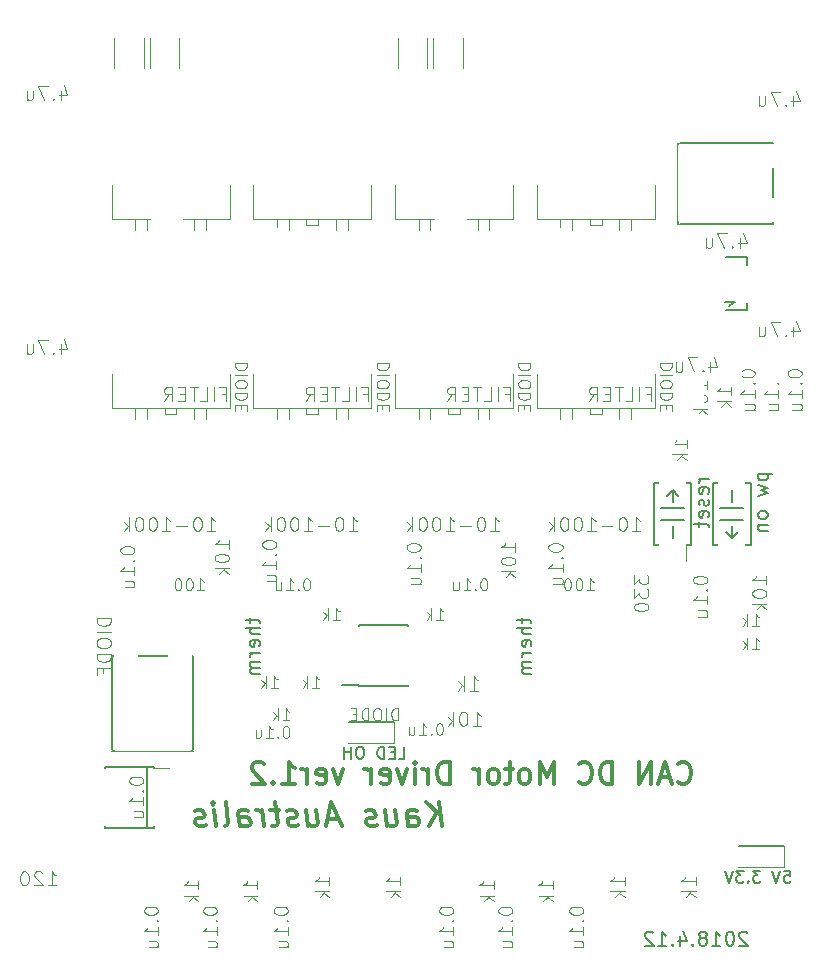
<source format=gbr>
G04 #@! TF.FileFunction,Legend,Bot*
%FSLAX46Y46*%
G04 Gerber Fmt 4.6, Leading zero omitted, Abs format (unit mm)*
G04 Created by KiCad (PCBNEW 4.0.7) date 04/16/18 17:57:04*
%MOMM*%
%LPD*%
G01*
G04 APERTURE LIST*
%ADD10C,0.100000*%
%ADD11C,0.200000*%
%ADD12C,0.150000*%
%ADD13C,0.300000*%
%ADD14C,0.101600*%
%ADD15C,1.700000*%
%ADD16R,1.700000X1.700000*%
%ADD17O,1.900000X2.900000*%
%ADD18C,3.400000*%
%ADD19O,2.900000X1.900000*%
%ADD20C,2.100000*%
%ADD21R,2.100000X2.100000*%
%ADD22R,1.950000X1.000000*%
%ADD23R,1.400000X1.200000*%
%ADD24R,3.448000X2.051000*%
%ADD25R,6.496000X6.496000*%
%ADD26R,2.000000X2.200000*%
%ADD27R,1.200000X1.400000*%
%ADD28O,1.400000X1.924000*%
%ADD29C,1.924000*%
%ADD30R,3.400000X6.900000*%
%ADD31R,6.851600X3.400000*%
%ADD32R,2.051000X3.448000*%
%ADD33R,1.901140X1.400760*%
%ADD34R,3.399740X2.398980*%
%ADD35R,3.400000X2.400000*%
%ADD36R,2.900000X6.900000*%
%ADD37R,2.200000X3.700000*%
%ADD38R,3.400000X3.900000*%
%ADD39R,10.400000X8.400000*%
%ADD40R,1.050000X2.100000*%
%ADD41R,2.432000X2.127200*%
%ADD42O,2.432000X2.127200*%
%ADD43R,2.800000X5.900000*%
%ADD44R,5.900000X2.800000*%
%ADD45R,1.365200X1.670000*%
%ADD46R,1.800000X2.200000*%
%ADD47R,2.432000X2.432000*%
%ADD48O,2.432000X2.432000*%
%ADD49C,0.026000*%
%ADD50C,0.254000*%
G04 APERTURE END LIST*
D10*
D11*
X69940476Y-73202381D02*
X70416667Y-73202381D01*
X70464286Y-73678571D01*
X70416667Y-73630952D01*
X70321429Y-73583333D01*
X70083333Y-73583333D01*
X69988095Y-73630952D01*
X69940476Y-73678571D01*
X69892857Y-73773810D01*
X69892857Y-74011905D01*
X69940476Y-74107143D01*
X69988095Y-74154762D01*
X70083333Y-74202381D01*
X70321429Y-74202381D01*
X70416667Y-74154762D01*
X70464286Y-74107143D01*
X69607143Y-73202381D02*
X69273810Y-74202381D01*
X68940476Y-73202381D01*
X67940476Y-73202381D02*
X67321428Y-73202381D01*
X67654762Y-73583333D01*
X67511904Y-73583333D01*
X67416666Y-73630952D01*
X67369047Y-73678571D01*
X67321428Y-73773810D01*
X67321428Y-74011905D01*
X67369047Y-74107143D01*
X67416666Y-74154762D01*
X67511904Y-74202381D01*
X67797619Y-74202381D01*
X67892857Y-74154762D01*
X67940476Y-74107143D01*
X66892857Y-74107143D02*
X66845238Y-74154762D01*
X66892857Y-74202381D01*
X66940476Y-74154762D01*
X66892857Y-74107143D01*
X66892857Y-74202381D01*
X66511905Y-73202381D02*
X65892857Y-73202381D01*
X66226191Y-73583333D01*
X66083333Y-73583333D01*
X65988095Y-73630952D01*
X65940476Y-73678571D01*
X65892857Y-73773810D01*
X65892857Y-74011905D01*
X65940476Y-74107143D01*
X65988095Y-74154762D01*
X66083333Y-74202381D01*
X66369048Y-74202381D01*
X66464286Y-74154762D01*
X66511905Y-74107143D01*
X65607143Y-73202381D02*
X65273810Y-74202381D01*
X64940476Y-73202381D01*
D12*
X16000000Y-64500000D02*
X16000000Y-69500000D01*
D11*
X47742857Y-51792858D02*
X47742857Y-52250001D01*
X47342857Y-51964286D02*
X48371429Y-51964286D01*
X48485714Y-52021429D01*
X48542857Y-52135715D01*
X48542857Y-52250001D01*
X48542857Y-52650000D02*
X47342857Y-52650000D01*
X48542857Y-53164286D02*
X47914286Y-53164286D01*
X47800000Y-53107143D01*
X47742857Y-52992857D01*
X47742857Y-52821429D01*
X47800000Y-52707143D01*
X47857143Y-52650000D01*
X48485714Y-54192857D02*
X48542857Y-54078571D01*
X48542857Y-53850000D01*
X48485714Y-53735714D01*
X48371429Y-53678571D01*
X47914286Y-53678571D01*
X47800000Y-53735714D01*
X47742857Y-53850000D01*
X47742857Y-54078571D01*
X47800000Y-54192857D01*
X47914286Y-54250000D01*
X48028571Y-54250000D01*
X48142857Y-53678571D01*
X48542857Y-54764285D02*
X47742857Y-54764285D01*
X47971429Y-54764285D02*
X47857143Y-54821428D01*
X47800000Y-54878571D01*
X47742857Y-54992857D01*
X47742857Y-55107142D01*
X48542857Y-55507142D02*
X47742857Y-55507142D01*
X47857143Y-55507142D02*
X47800000Y-55564285D01*
X47742857Y-55678571D01*
X47742857Y-55849999D01*
X47800000Y-55964285D01*
X47914286Y-56021428D01*
X48542857Y-56021428D01*
X47914286Y-56021428D02*
X47800000Y-56078571D01*
X47742857Y-56192857D01*
X47742857Y-56364285D01*
X47800000Y-56478571D01*
X47914286Y-56535714D01*
X48542857Y-56535714D01*
X24742857Y-51792858D02*
X24742857Y-52250001D01*
X24342857Y-51964286D02*
X25371429Y-51964286D01*
X25485714Y-52021429D01*
X25542857Y-52135715D01*
X25542857Y-52250001D01*
X25542857Y-52650000D02*
X24342857Y-52650000D01*
X25542857Y-53164286D02*
X24914286Y-53164286D01*
X24800000Y-53107143D01*
X24742857Y-52992857D01*
X24742857Y-52821429D01*
X24800000Y-52707143D01*
X24857143Y-52650000D01*
X25485714Y-54192857D02*
X25542857Y-54078571D01*
X25542857Y-53850000D01*
X25485714Y-53735714D01*
X25371429Y-53678571D01*
X24914286Y-53678571D01*
X24800000Y-53735714D01*
X24742857Y-53850000D01*
X24742857Y-54078571D01*
X24800000Y-54192857D01*
X24914286Y-54250000D01*
X25028571Y-54250000D01*
X25142857Y-53678571D01*
X25542857Y-54764285D02*
X24742857Y-54764285D01*
X24971429Y-54764285D02*
X24857143Y-54821428D01*
X24800000Y-54878571D01*
X24742857Y-54992857D01*
X24742857Y-55107142D01*
X25542857Y-55507142D02*
X24742857Y-55507142D01*
X24857143Y-55507142D02*
X24800000Y-55564285D01*
X24742857Y-55678571D01*
X24742857Y-55849999D01*
X24800000Y-55964285D01*
X24914286Y-56021428D01*
X25542857Y-56021428D01*
X24914286Y-56021428D02*
X24800000Y-56078571D01*
X24742857Y-56192857D01*
X24742857Y-56364285D01*
X24800000Y-56478571D01*
X24914286Y-56535714D01*
X25542857Y-56535714D01*
X37321428Y-63702381D02*
X37797619Y-63702381D01*
X37797619Y-62702381D01*
X36988095Y-63178571D02*
X36654761Y-63178571D01*
X36511904Y-63702381D02*
X36988095Y-63702381D01*
X36988095Y-62702381D01*
X36511904Y-62702381D01*
X36083333Y-63702381D02*
X36083333Y-62702381D01*
X35845238Y-62702381D01*
X35702380Y-62750000D01*
X35607142Y-62845238D01*
X35559523Y-62940476D01*
X35511904Y-63130952D01*
X35511904Y-63273810D01*
X35559523Y-63464286D01*
X35607142Y-63559524D01*
X35702380Y-63654762D01*
X35845238Y-63702381D01*
X36083333Y-63702381D01*
X34130952Y-62702381D02*
X33940475Y-62702381D01*
X33845237Y-62750000D01*
X33749999Y-62845238D01*
X33702380Y-63035714D01*
X33702380Y-63369048D01*
X33749999Y-63559524D01*
X33845237Y-63654762D01*
X33940475Y-63702381D01*
X34130952Y-63702381D01*
X34226190Y-63654762D01*
X34321428Y-63559524D01*
X34369047Y-63369048D01*
X34369047Y-63035714D01*
X34321428Y-62845238D01*
X34226190Y-62750000D01*
X34130952Y-62702381D01*
X33273809Y-63702381D02*
X33273809Y-62702381D01*
X33273809Y-63178571D02*
X32702380Y-63178571D01*
X32702380Y-63702381D02*
X32702380Y-62702381D01*
X66842857Y-78457143D02*
X66785714Y-78400000D01*
X66671428Y-78342857D01*
X66385714Y-78342857D01*
X66271428Y-78400000D01*
X66214285Y-78457143D01*
X66157142Y-78571429D01*
X66157142Y-78685714D01*
X66214285Y-78857143D01*
X66899999Y-79542857D01*
X66157142Y-79542857D01*
X65414285Y-78342857D02*
X65300000Y-78342857D01*
X65185714Y-78400000D01*
X65128571Y-78457143D01*
X65071428Y-78571429D01*
X65014285Y-78800000D01*
X65014285Y-79085714D01*
X65071428Y-79314286D01*
X65128571Y-79428571D01*
X65185714Y-79485714D01*
X65300000Y-79542857D01*
X65414285Y-79542857D01*
X65528571Y-79485714D01*
X65585714Y-79428571D01*
X65642857Y-79314286D01*
X65700000Y-79085714D01*
X65700000Y-78800000D01*
X65642857Y-78571429D01*
X65585714Y-78457143D01*
X65528571Y-78400000D01*
X65414285Y-78342857D01*
X63871428Y-79542857D02*
X64557143Y-79542857D01*
X64214285Y-79542857D02*
X64214285Y-78342857D01*
X64328571Y-78514286D01*
X64442857Y-78628571D01*
X64557143Y-78685714D01*
X63185714Y-78857143D02*
X63300000Y-78800000D01*
X63357143Y-78742857D01*
X63414286Y-78628571D01*
X63414286Y-78571429D01*
X63357143Y-78457143D01*
X63300000Y-78400000D01*
X63185714Y-78342857D01*
X62957143Y-78342857D01*
X62842857Y-78400000D01*
X62785714Y-78457143D01*
X62728571Y-78571429D01*
X62728571Y-78628571D01*
X62785714Y-78742857D01*
X62842857Y-78800000D01*
X62957143Y-78857143D01*
X63185714Y-78857143D01*
X63300000Y-78914286D01*
X63357143Y-78971429D01*
X63414286Y-79085714D01*
X63414286Y-79314286D01*
X63357143Y-79428571D01*
X63300000Y-79485714D01*
X63185714Y-79542857D01*
X62957143Y-79542857D01*
X62842857Y-79485714D01*
X62785714Y-79428571D01*
X62728571Y-79314286D01*
X62728571Y-79085714D01*
X62785714Y-78971429D01*
X62842857Y-78914286D01*
X62957143Y-78857143D01*
X62214286Y-79428571D02*
X62157143Y-79485714D01*
X62214286Y-79542857D01*
X62271429Y-79485714D01*
X62214286Y-79428571D01*
X62214286Y-79542857D01*
X61128571Y-78742857D02*
X61128571Y-79542857D01*
X61414285Y-78285714D02*
X61700000Y-79142857D01*
X60957142Y-79142857D01*
X60500000Y-79428571D02*
X60442857Y-79485714D01*
X60500000Y-79542857D01*
X60557143Y-79485714D01*
X60500000Y-79428571D01*
X60500000Y-79542857D01*
X59299999Y-79542857D02*
X59985714Y-79542857D01*
X59642856Y-79542857D02*
X59642856Y-78342857D01*
X59757142Y-78514286D01*
X59871428Y-78628571D01*
X59985714Y-78685714D01*
X58842857Y-78457143D02*
X58785714Y-78400000D01*
X58671428Y-78342857D01*
X58385714Y-78342857D01*
X58271428Y-78400000D01*
X58214285Y-78457143D01*
X58157142Y-78571429D01*
X58157142Y-78685714D01*
X58214285Y-78857143D01*
X58899999Y-79542857D01*
X58157142Y-79542857D01*
X63542857Y-40057143D02*
X62742857Y-40057143D01*
X62971429Y-40057143D02*
X62857143Y-40114286D01*
X62800000Y-40171429D01*
X62742857Y-40285715D01*
X62742857Y-40400000D01*
X63485714Y-41257143D02*
X63542857Y-41142857D01*
X63542857Y-40914286D01*
X63485714Y-40800000D01*
X63371429Y-40742857D01*
X62914286Y-40742857D01*
X62800000Y-40800000D01*
X62742857Y-40914286D01*
X62742857Y-41142857D01*
X62800000Y-41257143D01*
X62914286Y-41314286D01*
X63028571Y-41314286D01*
X63142857Y-40742857D01*
X63485714Y-41771428D02*
X63542857Y-41885714D01*
X63542857Y-42114286D01*
X63485714Y-42228571D01*
X63371429Y-42285714D01*
X63314286Y-42285714D01*
X63200000Y-42228571D01*
X63142857Y-42114286D01*
X63142857Y-41942857D01*
X63085714Y-41828571D01*
X62971429Y-41771428D01*
X62914286Y-41771428D01*
X62800000Y-41828571D01*
X62742857Y-41942857D01*
X62742857Y-42114286D01*
X62800000Y-42228571D01*
X63485714Y-43257143D02*
X63542857Y-43142857D01*
X63542857Y-42914286D01*
X63485714Y-42800000D01*
X63371429Y-42742857D01*
X62914286Y-42742857D01*
X62800000Y-42800000D01*
X62742857Y-42914286D01*
X62742857Y-43142857D01*
X62800000Y-43257143D01*
X62914286Y-43314286D01*
X63028571Y-43314286D01*
X63142857Y-42742857D01*
X62742857Y-43657143D02*
X62742857Y-44114286D01*
X62342857Y-43828571D02*
X63371429Y-43828571D01*
X63485714Y-43885714D01*
X63542857Y-44000000D01*
X63542857Y-44114286D01*
X67742857Y-39571429D02*
X68942857Y-39571429D01*
X67800000Y-39571429D02*
X67742857Y-39685715D01*
X67742857Y-39914286D01*
X67800000Y-40028572D01*
X67857143Y-40085715D01*
X67971429Y-40142858D01*
X68314286Y-40142858D01*
X68428571Y-40085715D01*
X68485714Y-40028572D01*
X68542857Y-39914286D01*
X68542857Y-39685715D01*
X68485714Y-39571429D01*
X67742857Y-40542858D02*
X68542857Y-40771429D01*
X67971429Y-41000000D01*
X68542857Y-41228572D01*
X67742857Y-41457143D01*
X68542857Y-43000001D02*
X68485714Y-42885715D01*
X68428571Y-42828572D01*
X68314286Y-42771429D01*
X67971429Y-42771429D01*
X67857143Y-42828572D01*
X67800000Y-42885715D01*
X67742857Y-43000001D01*
X67742857Y-43171429D01*
X67800000Y-43285715D01*
X67857143Y-43342858D01*
X67971429Y-43400001D01*
X68314286Y-43400001D01*
X68428571Y-43342858D01*
X68485714Y-43285715D01*
X68542857Y-43171429D01*
X68542857Y-43000001D01*
X67742857Y-43914286D02*
X68542857Y-43914286D01*
X67857143Y-43914286D02*
X67800000Y-43971429D01*
X67742857Y-44085715D01*
X67742857Y-44257143D01*
X67800000Y-44371429D01*
X67914286Y-44428572D01*
X68542857Y-44428572D01*
D13*
X40994049Y-69404762D02*
X40744049Y-67404762D01*
X39851191Y-69404762D02*
X40565477Y-68261905D01*
X39601191Y-67404762D02*
X40886906Y-68547619D01*
X38136906Y-69404762D02*
X38005954Y-68357143D01*
X38077382Y-68166667D01*
X38255954Y-68071429D01*
X38636906Y-68071429D01*
X38839287Y-68166667D01*
X38125001Y-69309524D02*
X38327382Y-69404762D01*
X38803572Y-69404762D01*
X38982144Y-69309524D01*
X39053573Y-69119048D01*
X39029763Y-68928571D01*
X38910716Y-68738095D01*
X38708334Y-68642857D01*
X38232144Y-68642857D01*
X38029763Y-68547619D01*
X36160716Y-68071429D02*
X36327382Y-69404762D01*
X37017859Y-68071429D02*
X37148811Y-69119048D01*
X37077381Y-69309524D01*
X36898810Y-69404762D01*
X36613096Y-69404762D01*
X36410715Y-69309524D01*
X36303573Y-69214286D01*
X35458334Y-69309524D02*
X35279762Y-69404762D01*
X34898810Y-69404762D01*
X34696429Y-69309524D01*
X34577382Y-69119048D01*
X34565477Y-69023810D01*
X34636906Y-68833333D01*
X34815477Y-68738095D01*
X35101191Y-68738095D01*
X35279763Y-68642857D01*
X35351192Y-68452381D01*
X35339287Y-68357143D01*
X35220239Y-68166667D01*
X35017858Y-68071429D01*
X34732144Y-68071429D01*
X34553572Y-68166667D01*
X32255953Y-68833333D02*
X31303572Y-68833333D01*
X32517857Y-69404762D02*
X31601190Y-67404762D01*
X31184523Y-69404762D01*
X29494048Y-68071429D02*
X29660714Y-69404762D01*
X30351191Y-68071429D02*
X30482143Y-69119048D01*
X30410713Y-69309524D01*
X30232142Y-69404762D01*
X29946428Y-69404762D01*
X29744047Y-69309524D01*
X29636905Y-69214286D01*
X28791666Y-69309524D02*
X28613094Y-69404762D01*
X28232142Y-69404762D01*
X28029761Y-69309524D01*
X27910714Y-69119048D01*
X27898809Y-69023810D01*
X27970238Y-68833333D01*
X28148809Y-68738095D01*
X28434523Y-68738095D01*
X28613095Y-68642857D01*
X28684524Y-68452381D01*
X28672619Y-68357143D01*
X28553571Y-68166667D01*
X28351190Y-68071429D01*
X28065476Y-68071429D01*
X27886904Y-68166667D01*
X27208333Y-68071429D02*
X26446428Y-68071429D01*
X26839285Y-67404762D02*
X27053571Y-69119048D01*
X26982141Y-69309524D01*
X26803570Y-69404762D01*
X26613094Y-69404762D01*
X25946428Y-69404762D02*
X25779762Y-68071429D01*
X25827381Y-68452381D02*
X25708332Y-68261905D01*
X25601189Y-68166667D01*
X25398809Y-68071429D01*
X25208333Y-68071429D01*
X23851190Y-69404762D02*
X23720238Y-68357143D01*
X23791666Y-68166667D01*
X23970238Y-68071429D01*
X24351190Y-68071429D01*
X24553571Y-68166667D01*
X23839285Y-69309524D02*
X24041666Y-69404762D01*
X24517856Y-69404762D01*
X24696428Y-69309524D01*
X24767857Y-69119048D01*
X24744047Y-68928571D01*
X24625000Y-68738095D01*
X24422618Y-68642857D01*
X23946428Y-68642857D01*
X23744047Y-68547619D01*
X22613094Y-69404762D02*
X22791665Y-69309524D01*
X22863095Y-69119048D01*
X22648809Y-67404762D01*
X21851190Y-69404762D02*
X21684524Y-68071429D01*
X21601190Y-67404762D02*
X21708333Y-67500000D01*
X21625000Y-67595238D01*
X21517856Y-67500000D01*
X21601190Y-67404762D01*
X21625000Y-67595238D01*
X20982142Y-69309524D02*
X20803570Y-69404762D01*
X20422618Y-69404762D01*
X20220237Y-69309524D01*
X20101190Y-69119048D01*
X20089285Y-69023810D01*
X20160714Y-68833333D01*
X20339285Y-68738095D01*
X20624999Y-68738095D01*
X20803571Y-68642857D01*
X20875000Y-68452381D01*
X20863095Y-68357143D01*
X20744047Y-68166667D01*
X20541666Y-68071429D01*
X20255952Y-68071429D01*
X20077380Y-68166667D01*
X60985715Y-65642857D02*
X61071429Y-65728571D01*
X61328572Y-65814286D01*
X61500001Y-65814286D01*
X61757144Y-65728571D01*
X61928572Y-65557143D01*
X62014287Y-65385714D01*
X62100001Y-65042857D01*
X62100001Y-64785714D01*
X62014287Y-64442857D01*
X61928572Y-64271429D01*
X61757144Y-64100000D01*
X61500001Y-64014286D01*
X61328572Y-64014286D01*
X61071429Y-64100000D01*
X60985715Y-64185714D01*
X60300001Y-65300000D02*
X59442858Y-65300000D01*
X60471429Y-65814286D02*
X59871429Y-64014286D01*
X59271429Y-65814286D01*
X58671430Y-65814286D02*
X58671430Y-64014286D01*
X57642858Y-65814286D01*
X57642858Y-64014286D01*
X55414287Y-65814286D02*
X55414287Y-64014286D01*
X54985715Y-64014286D01*
X54728572Y-64100000D01*
X54557144Y-64271429D01*
X54471429Y-64442857D01*
X54385715Y-64785714D01*
X54385715Y-65042857D01*
X54471429Y-65385714D01*
X54557144Y-65557143D01*
X54728572Y-65728571D01*
X54985715Y-65814286D01*
X55414287Y-65814286D01*
X52585715Y-65642857D02*
X52671429Y-65728571D01*
X52928572Y-65814286D01*
X53100001Y-65814286D01*
X53357144Y-65728571D01*
X53528572Y-65557143D01*
X53614287Y-65385714D01*
X53700001Y-65042857D01*
X53700001Y-64785714D01*
X53614287Y-64442857D01*
X53528572Y-64271429D01*
X53357144Y-64100000D01*
X53100001Y-64014286D01*
X52928572Y-64014286D01*
X52671429Y-64100000D01*
X52585715Y-64185714D01*
X50442858Y-65814286D02*
X50442858Y-64014286D01*
X49842858Y-65300000D01*
X49242858Y-64014286D01*
X49242858Y-65814286D01*
X48128572Y-65814286D02*
X48300000Y-65728571D01*
X48385715Y-65642857D01*
X48471429Y-65471429D01*
X48471429Y-64957143D01*
X48385715Y-64785714D01*
X48300000Y-64700000D01*
X48128572Y-64614286D01*
X47871429Y-64614286D01*
X47700000Y-64700000D01*
X47614286Y-64785714D01*
X47528572Y-64957143D01*
X47528572Y-65471429D01*
X47614286Y-65642857D01*
X47700000Y-65728571D01*
X47871429Y-65814286D01*
X48128572Y-65814286D01*
X47014286Y-64614286D02*
X46328572Y-64614286D01*
X46757144Y-64014286D02*
X46757144Y-65557143D01*
X46671429Y-65728571D01*
X46500001Y-65814286D01*
X46328572Y-65814286D01*
X45471430Y-65814286D02*
X45642858Y-65728571D01*
X45728573Y-65642857D01*
X45814287Y-65471429D01*
X45814287Y-64957143D01*
X45728573Y-64785714D01*
X45642858Y-64700000D01*
X45471430Y-64614286D01*
X45214287Y-64614286D01*
X45042858Y-64700000D01*
X44957144Y-64785714D01*
X44871430Y-64957143D01*
X44871430Y-65471429D01*
X44957144Y-65642857D01*
X45042858Y-65728571D01*
X45214287Y-65814286D01*
X45471430Y-65814286D01*
X44100002Y-65814286D02*
X44100002Y-64614286D01*
X44100002Y-64957143D02*
X44014287Y-64785714D01*
X43928573Y-64700000D01*
X43757144Y-64614286D01*
X43585716Y-64614286D01*
X41614287Y-65814286D02*
X41614287Y-64014286D01*
X41185715Y-64014286D01*
X40928572Y-64100000D01*
X40757144Y-64271429D01*
X40671429Y-64442857D01*
X40585715Y-64785714D01*
X40585715Y-65042857D01*
X40671429Y-65385714D01*
X40757144Y-65557143D01*
X40928572Y-65728571D01*
X41185715Y-65814286D01*
X41614287Y-65814286D01*
X39814287Y-65814286D02*
X39814287Y-64614286D01*
X39814287Y-64957143D02*
X39728572Y-64785714D01*
X39642858Y-64700000D01*
X39471429Y-64614286D01*
X39300001Y-64614286D01*
X38700001Y-65814286D02*
X38700001Y-64614286D01*
X38700001Y-64014286D02*
X38785715Y-64100000D01*
X38700001Y-64185714D01*
X38614286Y-64100000D01*
X38700001Y-64014286D01*
X38700001Y-64185714D01*
X38014286Y-64614286D02*
X37585715Y-65814286D01*
X37157143Y-64614286D01*
X35785714Y-65728571D02*
X35957143Y-65814286D01*
X36300000Y-65814286D01*
X36471429Y-65728571D01*
X36557143Y-65557143D01*
X36557143Y-64871429D01*
X36471429Y-64700000D01*
X36300000Y-64614286D01*
X35957143Y-64614286D01*
X35785714Y-64700000D01*
X35700000Y-64871429D01*
X35700000Y-65042857D01*
X36557143Y-65214286D01*
X34928572Y-65814286D02*
X34928572Y-64614286D01*
X34928572Y-64957143D02*
X34842857Y-64785714D01*
X34757143Y-64700000D01*
X34585714Y-64614286D01*
X34414286Y-64614286D01*
X32614285Y-64614286D02*
X32185714Y-65814286D01*
X31757142Y-64614286D01*
X30385713Y-65728571D02*
X30557142Y-65814286D01*
X30899999Y-65814286D01*
X31071428Y-65728571D01*
X31157142Y-65557143D01*
X31157142Y-64871429D01*
X31071428Y-64700000D01*
X30899999Y-64614286D01*
X30557142Y-64614286D01*
X30385713Y-64700000D01*
X30299999Y-64871429D01*
X30299999Y-65042857D01*
X31157142Y-65214286D01*
X29528571Y-65814286D02*
X29528571Y-64614286D01*
X29528571Y-64957143D02*
X29442856Y-64785714D01*
X29357142Y-64700000D01*
X29185713Y-64614286D01*
X29014285Y-64614286D01*
X27471427Y-65814286D02*
X28499999Y-65814286D01*
X27985713Y-65814286D02*
X27985713Y-64014286D01*
X28157142Y-64271429D01*
X28328570Y-64442857D01*
X28499999Y-64528571D01*
X26699999Y-65642857D02*
X26614284Y-65728571D01*
X26699999Y-65814286D01*
X26785713Y-65728571D01*
X26699999Y-65642857D01*
X26699999Y-65814286D01*
X25928570Y-64185714D02*
X25842856Y-64100000D01*
X25671427Y-64014286D01*
X25242856Y-64014286D01*
X25071427Y-64100000D01*
X24985713Y-64185714D01*
X24899998Y-64357143D01*
X24899998Y-64528571D01*
X24985713Y-64785714D01*
X26014284Y-65814286D01*
X24899998Y-65814286D01*
D12*
X16575000Y-64425000D02*
X16575000Y-64570000D01*
X12425000Y-64425000D02*
X12425000Y-64570000D01*
X12425000Y-69575000D02*
X12425000Y-69430000D01*
X16575000Y-69575000D02*
X16575000Y-69430000D01*
X16575000Y-64425000D02*
X12425000Y-64425000D01*
X16575000Y-69575000D02*
X12425000Y-69575000D01*
X16575000Y-64570000D02*
X17975000Y-64570000D01*
X68976000Y-16397000D02*
X72151000Y-16397000D01*
X72151000Y-16397000D02*
X72151000Y-18175000D01*
X72151000Y-18175000D02*
X68976000Y-18175000D01*
X68976000Y-11825000D02*
X72151000Y-11825000D01*
X72151000Y-11825000D02*
X72151000Y-13603000D01*
X72151000Y-13603000D02*
X68976000Y-13603000D01*
X62880000Y-18429000D02*
X68976000Y-18429000D01*
X68976000Y-18429000D02*
X68976000Y-11571000D01*
X68976000Y-11571000D02*
X61102000Y-11571000D01*
X60975000Y-11571000D02*
X60975000Y-18429000D01*
X61102000Y-18429000D02*
X62880000Y-18429000D01*
X17897000Y-55024000D02*
X17897000Y-51849000D01*
X17897000Y-51849000D02*
X19675000Y-51849000D01*
X19675000Y-51849000D02*
X19675000Y-55024000D01*
X13325000Y-55024000D02*
X13325000Y-51849000D01*
X13325000Y-51849000D02*
X15103000Y-51849000D01*
X15103000Y-51849000D02*
X15103000Y-55024000D01*
X19929000Y-61120000D02*
X19929000Y-55024000D01*
X19929000Y-55024000D02*
X13071000Y-55024000D01*
X13071000Y-55024000D02*
X13071000Y-62898000D01*
X13071000Y-63025000D02*
X19929000Y-63025000D01*
X19929000Y-62898000D02*
X19929000Y-61120000D01*
X65299340Y-25399920D02*
X65599060Y-25151000D01*
X65599060Y-25151000D02*
X65748920Y-25049400D01*
X65748920Y-25049400D02*
X64900560Y-25049400D01*
X66800480Y-25750440D02*
X64999620Y-25750440D01*
X66800480Y-25750440D02*
X66800480Y-25100200D01*
X66800480Y-21249560D02*
X64999620Y-21249560D01*
X66800480Y-21249560D02*
X66800480Y-21899800D01*
D10*
X39750000Y-6500000D02*
X37250000Y-6500000D01*
X37250000Y-6500000D02*
X37250000Y-1500000D01*
X37250000Y-1500000D02*
X39750000Y-1500000D01*
X39750000Y-1500000D02*
X39750000Y-6500000D01*
X15750000Y-6500000D02*
X13250000Y-6500000D01*
X13250000Y-6500000D02*
X13250000Y-1500000D01*
X13250000Y-1500000D02*
X15750000Y-1500000D01*
X15750000Y-1500000D02*
X15750000Y-6500000D01*
X42750000Y-6500000D02*
X40250000Y-6500000D01*
X40250000Y-6500000D02*
X40250000Y-1500000D01*
X40250000Y-1500000D02*
X42750000Y-1500000D01*
X42750000Y-1500000D02*
X42750000Y-6500000D01*
X18750000Y-6500000D02*
X16250000Y-6500000D01*
X16250000Y-6500000D02*
X16250000Y-1500000D01*
X16250000Y-1500000D02*
X18750000Y-1500000D01*
X18750000Y-1500000D02*
X18750000Y-6500000D01*
X30500000Y-18000000D02*
X30500000Y-18500000D01*
X30500000Y-18500000D02*
X29500000Y-18500000D01*
X29500000Y-18500000D02*
X29500000Y-18000000D01*
X28000000Y-18000000D02*
X28000000Y-22500000D01*
X28000000Y-22500000D02*
X27000000Y-22500000D01*
X27000000Y-22500000D02*
X27000000Y-18000000D01*
X33000000Y-18000000D02*
X33000000Y-22500000D01*
X33000000Y-22500000D02*
X32000000Y-22500000D01*
X32000000Y-22500000D02*
X32000000Y-18000000D01*
X25500000Y-7500000D02*
X34500000Y-7500000D01*
X34500000Y-7500000D02*
X35000000Y-8000000D01*
X25000000Y-8000000D02*
X25500000Y-7500000D01*
X25000000Y-9000000D02*
X25000000Y-8000000D01*
X35000000Y-9000000D02*
X35000000Y-8000000D01*
X35000000Y-9000000D02*
X35000000Y-18000000D01*
X25000000Y-9000000D02*
X35000000Y-9000000D01*
X25000000Y-18000000D02*
X25000000Y-9000000D01*
X25000000Y-18000000D02*
X35000000Y-18000000D01*
X42500000Y-18000000D02*
X42500000Y-18500000D01*
X42500000Y-18500000D02*
X41500000Y-18500000D01*
X41500000Y-18500000D02*
X41500000Y-18000000D01*
X40000000Y-18000000D02*
X40000000Y-22500000D01*
X40000000Y-22500000D02*
X39000000Y-22500000D01*
X39000000Y-22500000D02*
X39000000Y-18000000D01*
X45000000Y-18000000D02*
X45000000Y-22500000D01*
X45000000Y-22500000D02*
X44000000Y-22500000D01*
X44000000Y-22500000D02*
X44000000Y-18000000D01*
X37500000Y-7500000D02*
X46500000Y-7500000D01*
X46500000Y-7500000D02*
X47000000Y-8000000D01*
X37000000Y-8000000D02*
X37500000Y-7500000D01*
X37000000Y-9000000D02*
X37000000Y-8000000D01*
X47000000Y-9000000D02*
X47000000Y-8000000D01*
X47000000Y-9000000D02*
X47000000Y-18000000D01*
X37000000Y-9000000D02*
X47000000Y-9000000D01*
X37000000Y-18000000D02*
X37000000Y-9000000D01*
X37000000Y-18000000D02*
X47000000Y-18000000D01*
X54500000Y-18000000D02*
X54500000Y-18500000D01*
X54500000Y-18500000D02*
X53500000Y-18500000D01*
X53500000Y-18500000D02*
X53500000Y-18000000D01*
X52000000Y-18000000D02*
X52000000Y-22500000D01*
X52000000Y-22500000D02*
X51000000Y-22500000D01*
X51000000Y-22500000D02*
X51000000Y-18000000D01*
X57000000Y-18000000D02*
X57000000Y-22500000D01*
X57000000Y-22500000D02*
X56000000Y-22500000D01*
X56000000Y-22500000D02*
X56000000Y-18000000D01*
X49500000Y-7500000D02*
X58500000Y-7500000D01*
X58500000Y-7500000D02*
X59000000Y-8000000D01*
X49000000Y-8000000D02*
X49500000Y-7500000D01*
X49000000Y-9000000D02*
X49000000Y-8000000D01*
X59000000Y-9000000D02*
X59000000Y-8000000D01*
X59000000Y-9000000D02*
X59000000Y-18000000D01*
X49000000Y-9000000D02*
X59000000Y-9000000D01*
X49000000Y-18000000D02*
X49000000Y-9000000D01*
X49000000Y-18000000D02*
X59000000Y-18000000D01*
X18500000Y-34000000D02*
X18500000Y-34500000D01*
X18500000Y-34500000D02*
X17500000Y-34500000D01*
X17500000Y-34500000D02*
X17500000Y-34000000D01*
X16000000Y-34000000D02*
X16000000Y-38500000D01*
X16000000Y-38500000D02*
X15000000Y-38500000D01*
X15000000Y-38500000D02*
X15000000Y-34000000D01*
X21000000Y-34000000D02*
X21000000Y-38500000D01*
X21000000Y-38500000D02*
X20000000Y-38500000D01*
X20000000Y-38500000D02*
X20000000Y-34000000D01*
X13500000Y-23500000D02*
X22500000Y-23500000D01*
X22500000Y-23500000D02*
X23000000Y-24000000D01*
X13000000Y-24000000D02*
X13500000Y-23500000D01*
X13000000Y-25000000D02*
X13000000Y-24000000D01*
X23000000Y-25000000D02*
X23000000Y-24000000D01*
X23000000Y-25000000D02*
X23000000Y-34000000D01*
X13000000Y-25000000D02*
X23000000Y-25000000D01*
X13000000Y-34000000D02*
X13000000Y-25000000D01*
X13000000Y-34000000D02*
X23000000Y-34000000D01*
X30500000Y-34000000D02*
X30500000Y-34500000D01*
X30500000Y-34500000D02*
X29500000Y-34500000D01*
X29500000Y-34500000D02*
X29500000Y-34000000D01*
X28000000Y-34000000D02*
X28000000Y-38500000D01*
X28000000Y-38500000D02*
X27000000Y-38500000D01*
X27000000Y-38500000D02*
X27000000Y-34000000D01*
X33000000Y-34000000D02*
X33000000Y-38500000D01*
X33000000Y-38500000D02*
X32000000Y-38500000D01*
X32000000Y-38500000D02*
X32000000Y-34000000D01*
X25500000Y-23500000D02*
X34500000Y-23500000D01*
X34500000Y-23500000D02*
X35000000Y-24000000D01*
X25000000Y-24000000D02*
X25500000Y-23500000D01*
X25000000Y-25000000D02*
X25000000Y-24000000D01*
X35000000Y-25000000D02*
X35000000Y-24000000D01*
X35000000Y-25000000D02*
X35000000Y-34000000D01*
X25000000Y-25000000D02*
X35000000Y-25000000D01*
X25000000Y-34000000D02*
X25000000Y-25000000D01*
X25000000Y-34000000D02*
X35000000Y-34000000D01*
X42500000Y-34000000D02*
X42500000Y-34500000D01*
X42500000Y-34500000D02*
X41500000Y-34500000D01*
X41500000Y-34500000D02*
X41500000Y-34000000D01*
X40000000Y-34000000D02*
X40000000Y-38500000D01*
X40000000Y-38500000D02*
X39000000Y-38500000D01*
X39000000Y-38500000D02*
X39000000Y-34000000D01*
X45000000Y-34000000D02*
X45000000Y-38500000D01*
X45000000Y-38500000D02*
X44000000Y-38500000D01*
X44000000Y-38500000D02*
X44000000Y-34000000D01*
X37500000Y-23500000D02*
X46500000Y-23500000D01*
X46500000Y-23500000D02*
X47000000Y-24000000D01*
X37000000Y-24000000D02*
X37500000Y-23500000D01*
X37000000Y-25000000D02*
X37000000Y-24000000D01*
X47000000Y-25000000D02*
X47000000Y-24000000D01*
X47000000Y-25000000D02*
X47000000Y-34000000D01*
X37000000Y-25000000D02*
X47000000Y-25000000D01*
X37000000Y-34000000D02*
X37000000Y-25000000D01*
X37000000Y-34000000D02*
X47000000Y-34000000D01*
X54500000Y-34000000D02*
X54500000Y-34500000D01*
X54500000Y-34500000D02*
X53500000Y-34500000D01*
X53500000Y-34500000D02*
X53500000Y-34000000D01*
X52000000Y-34000000D02*
X52000000Y-38500000D01*
X52000000Y-38500000D02*
X51000000Y-38500000D01*
X51000000Y-38500000D02*
X51000000Y-34000000D01*
X57000000Y-34000000D02*
X57000000Y-38500000D01*
X57000000Y-38500000D02*
X56000000Y-38500000D01*
X56000000Y-38500000D02*
X56000000Y-34000000D01*
X49500000Y-23500000D02*
X58500000Y-23500000D01*
X58500000Y-23500000D02*
X59000000Y-24000000D01*
X49000000Y-24000000D02*
X49500000Y-23500000D01*
X49000000Y-25000000D02*
X49000000Y-24000000D01*
X59000000Y-25000000D02*
X59000000Y-24000000D01*
X59000000Y-25000000D02*
X59000000Y-34000000D01*
X49000000Y-25000000D02*
X59000000Y-25000000D01*
X49000000Y-34000000D02*
X49000000Y-25000000D01*
X49000000Y-34000000D02*
X59000000Y-34000000D01*
D11*
X65500000Y-42000000D02*
X65500000Y-41000000D01*
X65500000Y-45000000D02*
X66000000Y-44500000D01*
X65500000Y-45000000D02*
X65000000Y-44500000D01*
X65500000Y-44000000D02*
X65500000Y-45000000D01*
X64500000Y-43500000D02*
X66500000Y-43500000D01*
X64500000Y-42500000D02*
X66500000Y-42500000D01*
X64400000Y-40400000D02*
X64400000Y-39000000D01*
X66600000Y-40400000D02*
X67100000Y-40400000D01*
X67100000Y-40400000D02*
X67100000Y-45600000D01*
X67100000Y-45600000D02*
X66600000Y-45600000D01*
X64400000Y-40400000D02*
X63900000Y-40400000D01*
X63900000Y-40400000D02*
X63900000Y-45600000D01*
X63900000Y-45600000D02*
X64400000Y-45600000D01*
X60500000Y-44000000D02*
X60500000Y-45000000D01*
X60500000Y-41000000D02*
X60000000Y-41500000D01*
X60500000Y-41000000D02*
X61000000Y-41500000D01*
X60500000Y-42000000D02*
X60500000Y-41000000D01*
X61500000Y-42500000D02*
X59500000Y-42500000D01*
X61500000Y-43500000D02*
X59500000Y-43500000D01*
X61600000Y-45600000D02*
X61600000Y-47000000D01*
X59400000Y-45600000D02*
X58900000Y-45600000D01*
X58900000Y-45600000D02*
X58900000Y-40400000D01*
X58900000Y-40400000D02*
X59400000Y-40400000D01*
X61600000Y-45600000D02*
X62100000Y-45600000D01*
X62100000Y-45600000D02*
X62100000Y-40400000D01*
X62100000Y-40400000D02*
X61600000Y-40400000D01*
D10*
X18500000Y-18000000D02*
X18500000Y-18500000D01*
X18500000Y-18500000D02*
X17500000Y-18500000D01*
X17500000Y-18500000D02*
X17500000Y-18000000D01*
X16000000Y-18000000D02*
X16000000Y-22500000D01*
X16000000Y-22500000D02*
X15000000Y-22500000D01*
X15000000Y-22500000D02*
X15000000Y-18000000D01*
X21000000Y-18000000D02*
X21000000Y-22500000D01*
X21000000Y-22500000D02*
X20000000Y-22500000D01*
X20000000Y-22500000D02*
X20000000Y-18000000D01*
X13500000Y-7500000D02*
X22500000Y-7500000D01*
X22500000Y-7500000D02*
X23000000Y-8000000D01*
X13000000Y-8000000D02*
X13500000Y-7500000D01*
X13000000Y-9000000D02*
X13000000Y-8000000D01*
X23000000Y-9000000D02*
X23000000Y-8000000D01*
X23000000Y-9000000D02*
X23000000Y-18000000D01*
X13000000Y-9000000D02*
X23000000Y-9000000D01*
X13000000Y-18000000D02*
X13000000Y-9000000D01*
X13000000Y-18000000D02*
X23000000Y-18000000D01*
D12*
X33925000Y-57575000D02*
X33925000Y-57430000D01*
X38075000Y-57575000D02*
X38075000Y-57430000D01*
X38075000Y-52425000D02*
X38075000Y-52570000D01*
X33925000Y-52425000D02*
X33925000Y-52570000D01*
X33925000Y-57575000D02*
X38075000Y-57575000D01*
X33925000Y-52425000D02*
X38075000Y-52425000D01*
X33925000Y-57430000D02*
X32525000Y-57430000D01*
X36905000Y-62389000D02*
X33095000Y-62389000D01*
X33095000Y-62389000D02*
X33095000Y-60611000D01*
X33095000Y-60611000D02*
X36905000Y-60611000D01*
X36905000Y-62389000D02*
X36905000Y-60611000D01*
X69905000Y-72889000D02*
X66095000Y-72889000D01*
X66095000Y-72889000D02*
X66095000Y-71111000D01*
X66095000Y-71111000D02*
X69905000Y-71111000D01*
X69905000Y-72889000D02*
X69905000Y-71111000D01*
D14*
X21080762Y-44442548D02*
X21770190Y-44442548D01*
X21425476Y-44442548D02*
X21425476Y-43236048D01*
X21540381Y-43408405D01*
X21655286Y-43523310D01*
X21770190Y-43580762D01*
X20333881Y-43236048D02*
X20218976Y-43236048D01*
X20104071Y-43293500D01*
X20046619Y-43350952D01*
X19989166Y-43465857D01*
X19931714Y-43695667D01*
X19931714Y-43982929D01*
X19989166Y-44212738D01*
X20046619Y-44327643D01*
X20104071Y-44385095D01*
X20218976Y-44442548D01*
X20333881Y-44442548D01*
X20448785Y-44385095D01*
X20506238Y-44327643D01*
X20563690Y-44212738D01*
X20621142Y-43982929D01*
X20621142Y-43695667D01*
X20563690Y-43465857D01*
X20506238Y-43350952D01*
X20448785Y-43293500D01*
X20333881Y-43236048D01*
X19414642Y-43982929D02*
X18495404Y-43982929D01*
X17288904Y-44442548D02*
X17978332Y-44442548D01*
X17633618Y-44442548D02*
X17633618Y-43236048D01*
X17748523Y-43408405D01*
X17863428Y-43523310D01*
X17978332Y-43580762D01*
X16542023Y-43236048D02*
X16427118Y-43236048D01*
X16312213Y-43293500D01*
X16254761Y-43350952D01*
X16197308Y-43465857D01*
X16139856Y-43695667D01*
X16139856Y-43982929D01*
X16197308Y-44212738D01*
X16254761Y-44327643D01*
X16312213Y-44385095D01*
X16427118Y-44442548D01*
X16542023Y-44442548D01*
X16656927Y-44385095D01*
X16714380Y-44327643D01*
X16771832Y-44212738D01*
X16829284Y-43982929D01*
X16829284Y-43695667D01*
X16771832Y-43465857D01*
X16714380Y-43350952D01*
X16656927Y-43293500D01*
X16542023Y-43236048D01*
X15392975Y-43236048D02*
X15278070Y-43236048D01*
X15163165Y-43293500D01*
X15105713Y-43350952D01*
X15048260Y-43465857D01*
X14990808Y-43695667D01*
X14990808Y-43982929D01*
X15048260Y-44212738D01*
X15105713Y-44327643D01*
X15163165Y-44385095D01*
X15278070Y-44442548D01*
X15392975Y-44442548D01*
X15507879Y-44385095D01*
X15565332Y-44327643D01*
X15622784Y-44212738D01*
X15680236Y-43982929D01*
X15680236Y-43695667D01*
X15622784Y-43465857D01*
X15565332Y-43350952D01*
X15507879Y-43293500D01*
X15392975Y-43236048D01*
X14473736Y-44442548D02*
X14473736Y-43236048D01*
X14358831Y-43982929D02*
X14014117Y-44442548D01*
X14014117Y-43638214D02*
X14473736Y-44097833D01*
X70695667Y-7638214D02*
X70695667Y-8442548D01*
X70982929Y-7178595D02*
X71270190Y-8040381D01*
X70523310Y-8040381D01*
X70063690Y-8327643D02*
X70006238Y-8385095D01*
X70063690Y-8442548D01*
X70121142Y-8385095D01*
X70063690Y-8327643D01*
X70063690Y-8442548D01*
X69604071Y-7236048D02*
X68799738Y-7236048D01*
X69316809Y-8442548D01*
X67823047Y-7638214D02*
X67823047Y-8442548D01*
X68340118Y-7638214D02*
X68340118Y-8270190D01*
X68282666Y-8385095D01*
X68167761Y-8442548D01*
X67995404Y-8442548D01*
X67880499Y-8385095D01*
X67823047Y-8327643D01*
X66195667Y-19638214D02*
X66195667Y-20442548D01*
X66482929Y-19178595D02*
X66770190Y-20040381D01*
X66023310Y-20040381D01*
X65563690Y-20327643D02*
X65506238Y-20385095D01*
X65563690Y-20442548D01*
X65621142Y-20385095D01*
X65563690Y-20327643D01*
X65563690Y-20442548D01*
X65104071Y-19236048D02*
X64299738Y-19236048D01*
X64816809Y-20442548D01*
X63323047Y-19638214D02*
X63323047Y-20442548D01*
X63840118Y-19638214D02*
X63840118Y-20270190D01*
X63782666Y-20385095D01*
X63667761Y-20442548D01*
X63495404Y-20442548D01*
X63380499Y-20385095D01*
X63323047Y-20327643D01*
X25736048Y-45517071D02*
X25736048Y-45631976D01*
X25793500Y-45746881D01*
X25850952Y-45804333D01*
X25965857Y-45861786D01*
X26195667Y-45919238D01*
X26482929Y-45919238D01*
X26712738Y-45861786D01*
X26827643Y-45804333D01*
X26885095Y-45746881D01*
X26942548Y-45631976D01*
X26942548Y-45517071D01*
X26885095Y-45402167D01*
X26827643Y-45344714D01*
X26712738Y-45287262D01*
X26482929Y-45229810D01*
X26195667Y-45229810D01*
X25965857Y-45287262D01*
X25850952Y-45344714D01*
X25793500Y-45402167D01*
X25736048Y-45517071D01*
X26827643Y-46436310D02*
X26885095Y-46493762D01*
X26942548Y-46436310D01*
X26885095Y-46378858D01*
X26827643Y-46436310D01*
X26942548Y-46436310D01*
X26942548Y-47642810D02*
X26942548Y-46953382D01*
X26942548Y-47298096D02*
X25736048Y-47298096D01*
X25908405Y-47183191D01*
X26023310Y-47068286D01*
X26080762Y-46953382D01*
X26138214Y-48676953D02*
X26942548Y-48676953D01*
X26138214Y-48159882D02*
X26770190Y-48159882D01*
X26885095Y-48217334D01*
X26942548Y-48332239D01*
X26942548Y-48504596D01*
X26885095Y-48619501D01*
X26827643Y-48676953D01*
X49986048Y-45767071D02*
X49986048Y-45881976D01*
X50043500Y-45996881D01*
X50100952Y-46054333D01*
X50215857Y-46111786D01*
X50445667Y-46169238D01*
X50732929Y-46169238D01*
X50962738Y-46111786D01*
X51077643Y-46054333D01*
X51135095Y-45996881D01*
X51192548Y-45881976D01*
X51192548Y-45767071D01*
X51135095Y-45652167D01*
X51077643Y-45594714D01*
X50962738Y-45537262D01*
X50732929Y-45479810D01*
X50445667Y-45479810D01*
X50215857Y-45537262D01*
X50100952Y-45594714D01*
X50043500Y-45652167D01*
X49986048Y-45767071D01*
X51077643Y-46686310D02*
X51135095Y-46743762D01*
X51192548Y-46686310D01*
X51135095Y-46628858D01*
X51077643Y-46686310D01*
X51192548Y-46686310D01*
X51192548Y-47892810D02*
X51192548Y-47203382D01*
X51192548Y-47548096D02*
X49986048Y-47548096D01*
X50158405Y-47433191D01*
X50273310Y-47318286D01*
X50330762Y-47203382D01*
X50388214Y-48926953D02*
X51192548Y-48926953D01*
X50388214Y-48409882D02*
X51020190Y-48409882D01*
X51135095Y-48467334D01*
X51192548Y-48582239D01*
X51192548Y-48754596D01*
X51135095Y-48869501D01*
X51077643Y-48926953D01*
X37986048Y-45767071D02*
X37986048Y-45881976D01*
X38043500Y-45996881D01*
X38100952Y-46054333D01*
X38215857Y-46111786D01*
X38445667Y-46169238D01*
X38732929Y-46169238D01*
X38962738Y-46111786D01*
X39077643Y-46054333D01*
X39135095Y-45996881D01*
X39192548Y-45881976D01*
X39192548Y-45767071D01*
X39135095Y-45652167D01*
X39077643Y-45594714D01*
X38962738Y-45537262D01*
X38732929Y-45479810D01*
X38445667Y-45479810D01*
X38215857Y-45537262D01*
X38100952Y-45594714D01*
X38043500Y-45652167D01*
X37986048Y-45767071D01*
X39077643Y-46686310D02*
X39135095Y-46743762D01*
X39192548Y-46686310D01*
X39135095Y-46628858D01*
X39077643Y-46686310D01*
X39192548Y-46686310D01*
X39192548Y-47892810D02*
X39192548Y-47203382D01*
X39192548Y-47548096D02*
X37986048Y-47548096D01*
X38158405Y-47433191D01*
X38273310Y-47318286D01*
X38330762Y-47203382D01*
X38388214Y-48926953D02*
X39192548Y-48926953D01*
X38388214Y-48409882D02*
X39020190Y-48409882D01*
X39135095Y-48467334D01*
X39192548Y-48582239D01*
X39192548Y-48754596D01*
X39135095Y-48869501D01*
X39077643Y-48926953D01*
X43580762Y-60942548D02*
X44270190Y-60942548D01*
X43925476Y-60942548D02*
X43925476Y-59736048D01*
X44040381Y-59908405D01*
X44155286Y-60023310D01*
X44270190Y-60080762D01*
X42833881Y-59736048D02*
X42718976Y-59736048D01*
X42604071Y-59793500D01*
X42546619Y-59850952D01*
X42489166Y-59965857D01*
X42431714Y-60195667D01*
X42431714Y-60482929D01*
X42489166Y-60712738D01*
X42546619Y-60827643D01*
X42604071Y-60885095D01*
X42718976Y-60942548D01*
X42833881Y-60942548D01*
X42948785Y-60885095D01*
X43006238Y-60827643D01*
X43063690Y-60712738D01*
X43121142Y-60482929D01*
X43121142Y-60195667D01*
X43063690Y-59965857D01*
X43006238Y-59850952D01*
X42948785Y-59793500D01*
X42833881Y-59736048D01*
X41914642Y-60942548D02*
X41914642Y-59736048D01*
X41799737Y-60482929D02*
X41455023Y-60942548D01*
X41455023Y-60138214D02*
X41914642Y-60597833D01*
X43330762Y-57942548D02*
X44020190Y-57942548D01*
X43675476Y-57942548D02*
X43675476Y-56736048D01*
X43790381Y-56908405D01*
X43905286Y-57023310D01*
X44020190Y-57080762D01*
X42813690Y-57942548D02*
X42813690Y-56736048D01*
X42698785Y-57482929D02*
X42354071Y-57942548D01*
X42354071Y-57138214D02*
X42813690Y-57597833D01*
X33080762Y-44442548D02*
X33770190Y-44442548D01*
X33425476Y-44442548D02*
X33425476Y-43236048D01*
X33540381Y-43408405D01*
X33655286Y-43523310D01*
X33770190Y-43580762D01*
X32333881Y-43236048D02*
X32218976Y-43236048D01*
X32104071Y-43293500D01*
X32046619Y-43350952D01*
X31989166Y-43465857D01*
X31931714Y-43695667D01*
X31931714Y-43982929D01*
X31989166Y-44212738D01*
X32046619Y-44327643D01*
X32104071Y-44385095D01*
X32218976Y-44442548D01*
X32333881Y-44442548D01*
X32448785Y-44385095D01*
X32506238Y-44327643D01*
X32563690Y-44212738D01*
X32621142Y-43982929D01*
X32621142Y-43695667D01*
X32563690Y-43465857D01*
X32506238Y-43350952D01*
X32448785Y-43293500D01*
X32333881Y-43236048D01*
X31414642Y-43982929D02*
X30495404Y-43982929D01*
X29288904Y-44442548D02*
X29978332Y-44442548D01*
X29633618Y-44442548D02*
X29633618Y-43236048D01*
X29748523Y-43408405D01*
X29863428Y-43523310D01*
X29978332Y-43580762D01*
X28542023Y-43236048D02*
X28427118Y-43236048D01*
X28312213Y-43293500D01*
X28254761Y-43350952D01*
X28197308Y-43465857D01*
X28139856Y-43695667D01*
X28139856Y-43982929D01*
X28197308Y-44212738D01*
X28254761Y-44327643D01*
X28312213Y-44385095D01*
X28427118Y-44442548D01*
X28542023Y-44442548D01*
X28656927Y-44385095D01*
X28714380Y-44327643D01*
X28771832Y-44212738D01*
X28829284Y-43982929D01*
X28829284Y-43695667D01*
X28771832Y-43465857D01*
X28714380Y-43350952D01*
X28656927Y-43293500D01*
X28542023Y-43236048D01*
X27392975Y-43236048D02*
X27278070Y-43236048D01*
X27163165Y-43293500D01*
X27105713Y-43350952D01*
X27048260Y-43465857D01*
X26990808Y-43695667D01*
X26990808Y-43982929D01*
X27048260Y-44212738D01*
X27105713Y-44327643D01*
X27163165Y-44385095D01*
X27278070Y-44442548D01*
X27392975Y-44442548D01*
X27507879Y-44385095D01*
X27565332Y-44327643D01*
X27622784Y-44212738D01*
X27680236Y-43982929D01*
X27680236Y-43695667D01*
X27622784Y-43465857D01*
X27565332Y-43350952D01*
X27507879Y-43293500D01*
X27392975Y-43236048D01*
X26473736Y-44442548D02*
X26473736Y-43236048D01*
X26358831Y-43982929D02*
X26014117Y-44442548D01*
X26014117Y-43638214D02*
X26473736Y-44097833D01*
X57080762Y-44442548D02*
X57770190Y-44442548D01*
X57425476Y-44442548D02*
X57425476Y-43236048D01*
X57540381Y-43408405D01*
X57655286Y-43523310D01*
X57770190Y-43580762D01*
X56333881Y-43236048D02*
X56218976Y-43236048D01*
X56104071Y-43293500D01*
X56046619Y-43350952D01*
X55989166Y-43465857D01*
X55931714Y-43695667D01*
X55931714Y-43982929D01*
X55989166Y-44212738D01*
X56046619Y-44327643D01*
X56104071Y-44385095D01*
X56218976Y-44442548D01*
X56333881Y-44442548D01*
X56448785Y-44385095D01*
X56506238Y-44327643D01*
X56563690Y-44212738D01*
X56621142Y-43982929D01*
X56621142Y-43695667D01*
X56563690Y-43465857D01*
X56506238Y-43350952D01*
X56448785Y-43293500D01*
X56333881Y-43236048D01*
X55414642Y-43982929D02*
X54495404Y-43982929D01*
X53288904Y-44442548D02*
X53978332Y-44442548D01*
X53633618Y-44442548D02*
X53633618Y-43236048D01*
X53748523Y-43408405D01*
X53863428Y-43523310D01*
X53978332Y-43580762D01*
X52542023Y-43236048D02*
X52427118Y-43236048D01*
X52312213Y-43293500D01*
X52254761Y-43350952D01*
X52197308Y-43465857D01*
X52139856Y-43695667D01*
X52139856Y-43982929D01*
X52197308Y-44212738D01*
X52254761Y-44327643D01*
X52312213Y-44385095D01*
X52427118Y-44442548D01*
X52542023Y-44442548D01*
X52656927Y-44385095D01*
X52714380Y-44327643D01*
X52771832Y-44212738D01*
X52829284Y-43982929D01*
X52829284Y-43695667D01*
X52771832Y-43465857D01*
X52714380Y-43350952D01*
X52656927Y-43293500D01*
X52542023Y-43236048D01*
X51392975Y-43236048D02*
X51278070Y-43236048D01*
X51163165Y-43293500D01*
X51105713Y-43350952D01*
X51048260Y-43465857D01*
X50990808Y-43695667D01*
X50990808Y-43982929D01*
X51048260Y-44212738D01*
X51105713Y-44327643D01*
X51163165Y-44385095D01*
X51278070Y-44442548D01*
X51392975Y-44442548D01*
X51507879Y-44385095D01*
X51565332Y-44327643D01*
X51622784Y-44212738D01*
X51680236Y-43982929D01*
X51680236Y-43695667D01*
X51622784Y-43465857D01*
X51565332Y-43350952D01*
X51507879Y-43293500D01*
X51392975Y-43236048D01*
X50473736Y-44442548D02*
X50473736Y-43236048D01*
X50358831Y-43982929D02*
X50014117Y-44442548D01*
X50014117Y-43638214D02*
X50473736Y-44097833D01*
X45080762Y-44442548D02*
X45770190Y-44442548D01*
X45425476Y-44442548D02*
X45425476Y-43236048D01*
X45540381Y-43408405D01*
X45655286Y-43523310D01*
X45770190Y-43580762D01*
X44333881Y-43236048D02*
X44218976Y-43236048D01*
X44104071Y-43293500D01*
X44046619Y-43350952D01*
X43989166Y-43465857D01*
X43931714Y-43695667D01*
X43931714Y-43982929D01*
X43989166Y-44212738D01*
X44046619Y-44327643D01*
X44104071Y-44385095D01*
X44218976Y-44442548D01*
X44333881Y-44442548D01*
X44448785Y-44385095D01*
X44506238Y-44327643D01*
X44563690Y-44212738D01*
X44621142Y-43982929D01*
X44621142Y-43695667D01*
X44563690Y-43465857D01*
X44506238Y-43350952D01*
X44448785Y-43293500D01*
X44333881Y-43236048D01*
X43414642Y-43982929D02*
X42495404Y-43982929D01*
X41288904Y-44442548D02*
X41978332Y-44442548D01*
X41633618Y-44442548D02*
X41633618Y-43236048D01*
X41748523Y-43408405D01*
X41863428Y-43523310D01*
X41978332Y-43580762D01*
X40542023Y-43236048D02*
X40427118Y-43236048D01*
X40312213Y-43293500D01*
X40254761Y-43350952D01*
X40197308Y-43465857D01*
X40139856Y-43695667D01*
X40139856Y-43982929D01*
X40197308Y-44212738D01*
X40254761Y-44327643D01*
X40312213Y-44385095D01*
X40427118Y-44442548D01*
X40542023Y-44442548D01*
X40656927Y-44385095D01*
X40714380Y-44327643D01*
X40771832Y-44212738D01*
X40829284Y-43982929D01*
X40829284Y-43695667D01*
X40771832Y-43465857D01*
X40714380Y-43350952D01*
X40656927Y-43293500D01*
X40542023Y-43236048D01*
X39392975Y-43236048D02*
X39278070Y-43236048D01*
X39163165Y-43293500D01*
X39105713Y-43350952D01*
X39048260Y-43465857D01*
X38990808Y-43695667D01*
X38990808Y-43982929D01*
X39048260Y-44212738D01*
X39105713Y-44327643D01*
X39163165Y-44385095D01*
X39278070Y-44442548D01*
X39392975Y-44442548D01*
X39507879Y-44385095D01*
X39565332Y-44327643D01*
X39622784Y-44212738D01*
X39680236Y-43982929D01*
X39680236Y-43695667D01*
X39622784Y-43465857D01*
X39565332Y-43350952D01*
X39507879Y-43293500D01*
X39392975Y-43236048D01*
X38473736Y-44442548D02*
X38473736Y-43236048D01*
X38358831Y-43982929D02*
X38014117Y-44442548D01*
X38014117Y-43638214D02*
X38473736Y-44097833D01*
X7580762Y-74442548D02*
X8270190Y-74442548D01*
X7925476Y-74442548D02*
X7925476Y-73236048D01*
X8040381Y-73408405D01*
X8155286Y-73523310D01*
X8270190Y-73580762D01*
X7121142Y-73350952D02*
X7063690Y-73293500D01*
X6948785Y-73236048D01*
X6661523Y-73236048D01*
X6546619Y-73293500D01*
X6489166Y-73350952D01*
X6431714Y-73465857D01*
X6431714Y-73580762D01*
X6489166Y-73753119D01*
X7178595Y-74442548D01*
X6431714Y-74442548D01*
X5684833Y-73236048D02*
X5569928Y-73236048D01*
X5455023Y-73293500D01*
X5397571Y-73350952D01*
X5340118Y-73465857D01*
X5282666Y-73695667D01*
X5282666Y-73982929D01*
X5340118Y-74212738D01*
X5397571Y-74327643D01*
X5455023Y-74385095D01*
X5569928Y-74442548D01*
X5684833Y-74442548D01*
X5799737Y-74385095D01*
X5857190Y-74327643D01*
X5914642Y-74212738D01*
X5972094Y-73982929D01*
X5972094Y-73695667D01*
X5914642Y-73465857D01*
X5857190Y-73350952D01*
X5799737Y-73293500D01*
X5684833Y-73236048D01*
X34310571Y-32810571D02*
X34712738Y-32810571D01*
X34712738Y-33442548D02*
X34712738Y-32236048D01*
X34138214Y-32236048D01*
X33678595Y-33442548D02*
X33678595Y-32236048D01*
X32529547Y-33442548D02*
X33104071Y-33442548D01*
X33104071Y-32236048D01*
X32299738Y-32236048D02*
X31610310Y-32236048D01*
X31955024Y-33442548D02*
X31955024Y-32236048D01*
X31208143Y-32810571D02*
X30805976Y-32810571D01*
X30633619Y-33442548D02*
X31208143Y-33442548D01*
X31208143Y-32236048D01*
X30633619Y-32236048D01*
X29427120Y-33442548D02*
X29829286Y-32868024D01*
X30116548Y-33442548D02*
X30116548Y-32236048D01*
X29656929Y-32236048D01*
X29542024Y-32293500D01*
X29484572Y-32350952D01*
X29427120Y-32465857D01*
X29427120Y-32638214D01*
X29484572Y-32753119D01*
X29542024Y-32810571D01*
X29656929Y-32868024D01*
X30116548Y-32868024D01*
X22310571Y-32810571D02*
X22712738Y-32810571D01*
X22712738Y-33442548D02*
X22712738Y-32236048D01*
X22138214Y-32236048D01*
X21678595Y-33442548D02*
X21678595Y-32236048D01*
X20529547Y-33442548D02*
X21104071Y-33442548D01*
X21104071Y-32236048D01*
X20299738Y-32236048D02*
X19610310Y-32236048D01*
X19955024Y-33442548D02*
X19955024Y-32236048D01*
X19208143Y-32810571D02*
X18805976Y-32810571D01*
X18633619Y-33442548D02*
X19208143Y-33442548D01*
X19208143Y-32236048D01*
X18633619Y-32236048D01*
X17427120Y-33442548D02*
X17829286Y-32868024D01*
X18116548Y-33442548D02*
X18116548Y-32236048D01*
X17656929Y-32236048D01*
X17542024Y-32293500D01*
X17484572Y-32350952D01*
X17427120Y-32465857D01*
X17427120Y-32638214D01*
X17484572Y-32753119D01*
X17542024Y-32810571D01*
X17656929Y-32868024D01*
X18116548Y-32868024D01*
X58310571Y-32810571D02*
X58712738Y-32810571D01*
X58712738Y-33442548D02*
X58712738Y-32236048D01*
X58138214Y-32236048D01*
X57678595Y-33442548D02*
X57678595Y-32236048D01*
X56529547Y-33442548D02*
X57104071Y-33442548D01*
X57104071Y-32236048D01*
X56299738Y-32236048D02*
X55610310Y-32236048D01*
X55955024Y-33442548D02*
X55955024Y-32236048D01*
X55208143Y-32810571D02*
X54805976Y-32810571D01*
X54633619Y-33442548D02*
X55208143Y-33442548D01*
X55208143Y-32236048D01*
X54633619Y-32236048D01*
X53427120Y-33442548D02*
X53829286Y-32868024D01*
X54116548Y-33442548D02*
X54116548Y-32236048D01*
X53656929Y-32236048D01*
X53542024Y-32293500D01*
X53484572Y-32350952D01*
X53427120Y-32465857D01*
X53427120Y-32638214D01*
X53484572Y-32753119D01*
X53542024Y-32810571D01*
X53656929Y-32868024D01*
X54116548Y-32868024D01*
X46310571Y-32810571D02*
X46712738Y-32810571D01*
X46712738Y-33442548D02*
X46712738Y-32236048D01*
X46138214Y-32236048D01*
X45678595Y-33442548D02*
X45678595Y-32236048D01*
X44529547Y-33442548D02*
X45104071Y-33442548D01*
X45104071Y-32236048D01*
X44299738Y-32236048D02*
X43610310Y-32236048D01*
X43955024Y-33442548D02*
X43955024Y-32236048D01*
X43208143Y-32810571D02*
X42805976Y-32810571D01*
X42633619Y-33442548D02*
X43208143Y-33442548D01*
X43208143Y-32236048D01*
X42633619Y-32236048D01*
X41427120Y-33442548D02*
X41829286Y-32868024D01*
X42116548Y-33442548D02*
X42116548Y-32236048D01*
X41656929Y-32236048D01*
X41542024Y-32293500D01*
X41484572Y-32350952D01*
X41427120Y-32465857D01*
X41427120Y-32638214D01*
X41484572Y-32753119D01*
X41542024Y-32810571D01*
X41656929Y-32868024D01*
X42116548Y-32868024D01*
X14486048Y-65517071D02*
X14486048Y-65631976D01*
X14543500Y-65746881D01*
X14600952Y-65804333D01*
X14715857Y-65861786D01*
X14945667Y-65919238D01*
X15232929Y-65919238D01*
X15462738Y-65861786D01*
X15577643Y-65804333D01*
X15635095Y-65746881D01*
X15692548Y-65631976D01*
X15692548Y-65517071D01*
X15635095Y-65402167D01*
X15577643Y-65344714D01*
X15462738Y-65287262D01*
X15232929Y-65229810D01*
X14945667Y-65229810D01*
X14715857Y-65287262D01*
X14600952Y-65344714D01*
X14543500Y-65402167D01*
X14486048Y-65517071D01*
X15577643Y-66436310D02*
X15635095Y-66493762D01*
X15692548Y-66436310D01*
X15635095Y-66378858D01*
X15577643Y-66436310D01*
X15692548Y-66436310D01*
X15692548Y-67642810D02*
X15692548Y-66953382D01*
X15692548Y-67298096D02*
X14486048Y-67298096D01*
X14658405Y-67183191D01*
X14773310Y-67068286D01*
X14830762Y-66953382D01*
X14888214Y-68676953D02*
X15692548Y-68676953D01*
X14888214Y-68159882D02*
X15520190Y-68159882D01*
X15635095Y-68217334D01*
X15692548Y-68332239D01*
X15692548Y-68504596D01*
X15635095Y-68619501D01*
X15577643Y-68676953D01*
X47192548Y-46169238D02*
X47192548Y-45479810D01*
X47192548Y-45824524D02*
X45986048Y-45824524D01*
X46158405Y-45709619D01*
X46273310Y-45594714D01*
X46330762Y-45479810D01*
X45986048Y-46916119D02*
X45986048Y-47031024D01*
X46043500Y-47145929D01*
X46100952Y-47203381D01*
X46215857Y-47260834D01*
X46445667Y-47318286D01*
X46732929Y-47318286D01*
X46962738Y-47260834D01*
X47077643Y-47203381D01*
X47135095Y-47145929D01*
X47192548Y-47031024D01*
X47192548Y-46916119D01*
X47135095Y-46801215D01*
X47077643Y-46743762D01*
X46962738Y-46686310D01*
X46732929Y-46628858D01*
X46445667Y-46628858D01*
X46215857Y-46686310D01*
X46100952Y-46743762D01*
X46043500Y-46801215D01*
X45986048Y-46916119D01*
X47192548Y-47835358D02*
X45986048Y-47835358D01*
X46732929Y-47950263D02*
X47192548Y-48294977D01*
X46388214Y-48294977D02*
X46847833Y-47835358D01*
X31442548Y-74419238D02*
X31442548Y-73729810D01*
X31442548Y-74074524D02*
X30236048Y-74074524D01*
X30408405Y-73959619D01*
X30523310Y-73844714D01*
X30580762Y-73729810D01*
X31442548Y-74936310D02*
X30236048Y-74936310D01*
X30982929Y-75051215D02*
X31442548Y-75395929D01*
X30638214Y-75395929D02*
X31097833Y-74936310D01*
X37442548Y-74419238D02*
X37442548Y-73729810D01*
X37442548Y-74074524D02*
X36236048Y-74074524D01*
X36408405Y-73959619D01*
X36523310Y-73844714D01*
X36580762Y-73729810D01*
X37442548Y-74936310D02*
X36236048Y-74936310D01*
X36982929Y-75051215D02*
X37442548Y-75395929D01*
X36638214Y-75395929D02*
X37097833Y-74936310D01*
X56442548Y-74419238D02*
X56442548Y-73729810D01*
X56442548Y-74074524D02*
X55236048Y-74074524D01*
X55408405Y-73959619D01*
X55523310Y-73844714D01*
X55580762Y-73729810D01*
X56442548Y-74936310D02*
X55236048Y-74936310D01*
X55982929Y-75051215D02*
X56442548Y-75395929D01*
X55638214Y-75395929D02*
X56097833Y-74936310D01*
X62442548Y-74419238D02*
X62442548Y-73729810D01*
X62442548Y-74074524D02*
X61236048Y-74074524D01*
X61408405Y-73959619D01*
X61523310Y-73844714D01*
X61580762Y-73729810D01*
X62442548Y-74936310D02*
X61236048Y-74936310D01*
X61982929Y-75051215D02*
X62442548Y-75395929D01*
X61638214Y-75395929D02*
X62097833Y-74936310D01*
X13736048Y-46017071D02*
X13736048Y-46131976D01*
X13793500Y-46246881D01*
X13850952Y-46304333D01*
X13965857Y-46361786D01*
X14195667Y-46419238D01*
X14482929Y-46419238D01*
X14712738Y-46361786D01*
X14827643Y-46304333D01*
X14885095Y-46246881D01*
X14942548Y-46131976D01*
X14942548Y-46017071D01*
X14885095Y-45902167D01*
X14827643Y-45844714D01*
X14712738Y-45787262D01*
X14482929Y-45729810D01*
X14195667Y-45729810D01*
X13965857Y-45787262D01*
X13850952Y-45844714D01*
X13793500Y-45902167D01*
X13736048Y-46017071D01*
X14827643Y-46936310D02*
X14885095Y-46993762D01*
X14942548Y-46936310D01*
X14885095Y-46878858D01*
X14827643Y-46936310D01*
X14942548Y-46936310D01*
X14942548Y-48142810D02*
X14942548Y-47453382D01*
X14942548Y-47798096D02*
X13736048Y-47798096D01*
X13908405Y-47683191D01*
X14023310Y-47568286D01*
X14080762Y-47453382D01*
X14138214Y-49176953D02*
X14942548Y-49176953D01*
X14138214Y-48659882D02*
X14770190Y-48659882D01*
X14885095Y-48717334D01*
X14942548Y-48832239D01*
X14942548Y-49004596D01*
X14885095Y-49119501D01*
X14827643Y-49176953D01*
X22942548Y-45919238D02*
X22942548Y-45229810D01*
X22942548Y-45574524D02*
X21736048Y-45574524D01*
X21908405Y-45459619D01*
X22023310Y-45344714D01*
X22080762Y-45229810D01*
X21736048Y-46666119D02*
X21736048Y-46781024D01*
X21793500Y-46895929D01*
X21850952Y-46953381D01*
X21965857Y-47010834D01*
X22195667Y-47068286D01*
X22482929Y-47068286D01*
X22712738Y-47010834D01*
X22827643Y-46953381D01*
X22885095Y-46895929D01*
X22942548Y-46781024D01*
X22942548Y-46666119D01*
X22885095Y-46551215D01*
X22827643Y-46493762D01*
X22712738Y-46436310D01*
X22482929Y-46378858D01*
X22195667Y-46378858D01*
X21965857Y-46436310D01*
X21850952Y-46493762D01*
X21793500Y-46551215D01*
X21736048Y-46666119D01*
X22942548Y-47585358D02*
X21736048Y-47585358D01*
X22482929Y-47700263D02*
X22942548Y-48044977D01*
X22138214Y-48044977D02*
X22597833Y-47585358D01*
X12942548Y-51787262D02*
X11736048Y-51787262D01*
X11736048Y-52074524D01*
X11793500Y-52246881D01*
X11908405Y-52361786D01*
X12023310Y-52419238D01*
X12253119Y-52476690D01*
X12425476Y-52476690D01*
X12655286Y-52419238D01*
X12770190Y-52361786D01*
X12885095Y-52246881D01*
X12942548Y-52074524D01*
X12942548Y-51787262D01*
X12942548Y-52993762D02*
X11736048Y-52993762D01*
X11736048Y-53798095D02*
X11736048Y-54027905D01*
X11793500Y-54142810D01*
X11908405Y-54257714D01*
X12138214Y-54315167D01*
X12540381Y-54315167D01*
X12770190Y-54257714D01*
X12885095Y-54142810D01*
X12942548Y-54027905D01*
X12942548Y-53798095D01*
X12885095Y-53683191D01*
X12770190Y-53568286D01*
X12540381Y-53510834D01*
X12138214Y-53510834D01*
X11908405Y-53568286D01*
X11793500Y-53683191D01*
X11736048Y-53798095D01*
X12942548Y-54832238D02*
X11736048Y-54832238D01*
X11736048Y-55119500D01*
X11793500Y-55291857D01*
X11908405Y-55406762D01*
X12023310Y-55464214D01*
X12253119Y-55521666D01*
X12425476Y-55521666D01*
X12655286Y-55464214D01*
X12770190Y-55406762D01*
X12885095Y-55291857D01*
X12942548Y-55119500D01*
X12942548Y-54832238D01*
X12310571Y-56038738D02*
X12310571Y-56440905D01*
X12942548Y-56613262D02*
X12942548Y-56038738D01*
X11736048Y-56038738D01*
X11736048Y-56613262D01*
X62236048Y-48517071D02*
X62236048Y-48631976D01*
X62293500Y-48746881D01*
X62350952Y-48804333D01*
X62465857Y-48861786D01*
X62695667Y-48919238D01*
X62982929Y-48919238D01*
X63212738Y-48861786D01*
X63327643Y-48804333D01*
X63385095Y-48746881D01*
X63442548Y-48631976D01*
X63442548Y-48517071D01*
X63385095Y-48402167D01*
X63327643Y-48344714D01*
X63212738Y-48287262D01*
X62982929Y-48229810D01*
X62695667Y-48229810D01*
X62465857Y-48287262D01*
X62350952Y-48344714D01*
X62293500Y-48402167D01*
X62236048Y-48517071D01*
X63327643Y-49436310D02*
X63385095Y-49493762D01*
X63442548Y-49436310D01*
X63385095Y-49378858D01*
X63327643Y-49436310D01*
X63442548Y-49436310D01*
X63442548Y-50642810D02*
X63442548Y-49953382D01*
X63442548Y-50298096D02*
X62236048Y-50298096D01*
X62408405Y-50183191D01*
X62523310Y-50068286D01*
X62580762Y-49953382D01*
X62638214Y-51676953D02*
X63442548Y-51676953D01*
X62638214Y-51159882D02*
X63270190Y-51159882D01*
X63385095Y-51217334D01*
X63442548Y-51332239D01*
X63442548Y-51504596D01*
X63385095Y-51619501D01*
X63327643Y-51676953D01*
X70695667Y-27138214D02*
X70695667Y-27942548D01*
X70982929Y-26678595D02*
X71270190Y-27540381D01*
X70523310Y-27540381D01*
X70063690Y-27827643D02*
X70006238Y-27885095D01*
X70063690Y-27942548D01*
X70121142Y-27885095D01*
X70063690Y-27827643D01*
X70063690Y-27942548D01*
X69604071Y-26736048D02*
X68799738Y-26736048D01*
X69316809Y-27942548D01*
X67823047Y-27138214D02*
X67823047Y-27942548D01*
X68340118Y-27138214D02*
X68340118Y-27770190D01*
X68282666Y-27885095D01*
X68167761Y-27942548D01*
X67995404Y-27942548D01*
X67880499Y-27885095D01*
X67823047Y-27827643D01*
X61692548Y-37419238D02*
X61692548Y-36729810D01*
X61692548Y-37074524D02*
X60486048Y-37074524D01*
X60658405Y-36959619D01*
X60773310Y-36844714D01*
X60830762Y-36729810D01*
X61692548Y-37936310D02*
X60486048Y-37936310D01*
X61232929Y-38051215D02*
X61692548Y-38395929D01*
X60888214Y-38395929D02*
X61347833Y-37936310D01*
X65442548Y-32919238D02*
X65442548Y-32229810D01*
X65442548Y-32574524D02*
X64236048Y-32574524D01*
X64408405Y-32459619D01*
X64523310Y-32344714D01*
X64580762Y-32229810D01*
X65442548Y-33436310D02*
X64236048Y-33436310D01*
X64982929Y-33551215D02*
X65442548Y-33895929D01*
X64638214Y-33895929D02*
X65097833Y-33436310D01*
X20347548Y-74784238D02*
X20347548Y-74094810D01*
X20347548Y-74439524D02*
X19141048Y-74439524D01*
X19313405Y-74324619D01*
X19428310Y-74209714D01*
X19485762Y-74094810D01*
X20347548Y-75301310D02*
X19141048Y-75301310D01*
X19887929Y-75416215D02*
X20347548Y-75760929D01*
X19543214Y-75760929D02*
X20002833Y-75301310D01*
X25347548Y-74784238D02*
X25347548Y-74094810D01*
X25347548Y-74439524D02*
X24141048Y-74439524D01*
X24313405Y-74324619D01*
X24428310Y-74209714D01*
X24485762Y-74094810D01*
X25347548Y-75301310D02*
X24141048Y-75301310D01*
X24887929Y-75416215D02*
X25347548Y-75760929D01*
X24543214Y-75760929D02*
X25002833Y-75301310D01*
X45347548Y-74784238D02*
X45347548Y-74094810D01*
X45347548Y-74439524D02*
X44141048Y-74439524D01*
X44313405Y-74324619D01*
X44428310Y-74209714D01*
X44485762Y-74094810D01*
X45347548Y-75301310D02*
X44141048Y-75301310D01*
X44887929Y-75416215D02*
X45347548Y-75760929D01*
X44543214Y-75760929D02*
X45002833Y-75301310D01*
X50347548Y-74784238D02*
X50347548Y-74094810D01*
X50347548Y-74439524D02*
X49141048Y-74439524D01*
X49313405Y-74324619D01*
X49428310Y-74209714D01*
X49485762Y-74094810D01*
X50347548Y-75301310D02*
X49141048Y-75301310D01*
X49887929Y-75416215D02*
X50347548Y-75760929D01*
X49543214Y-75760929D02*
X50002833Y-75301310D01*
X26736048Y-76517071D02*
X26736048Y-76631976D01*
X26793500Y-76746881D01*
X26850952Y-76804333D01*
X26965857Y-76861786D01*
X27195667Y-76919238D01*
X27482929Y-76919238D01*
X27712738Y-76861786D01*
X27827643Y-76804333D01*
X27885095Y-76746881D01*
X27942548Y-76631976D01*
X27942548Y-76517071D01*
X27885095Y-76402167D01*
X27827643Y-76344714D01*
X27712738Y-76287262D01*
X27482929Y-76229810D01*
X27195667Y-76229810D01*
X26965857Y-76287262D01*
X26850952Y-76344714D01*
X26793500Y-76402167D01*
X26736048Y-76517071D01*
X27827643Y-77436310D02*
X27885095Y-77493762D01*
X27942548Y-77436310D01*
X27885095Y-77378858D01*
X27827643Y-77436310D01*
X27942548Y-77436310D01*
X27942548Y-78642810D02*
X27942548Y-77953382D01*
X27942548Y-78298096D02*
X26736048Y-78298096D01*
X26908405Y-78183191D01*
X27023310Y-78068286D01*
X27080762Y-77953382D01*
X27138214Y-79676953D02*
X27942548Y-79676953D01*
X27138214Y-79159882D02*
X27770190Y-79159882D01*
X27885095Y-79217334D01*
X27942548Y-79332239D01*
X27942548Y-79504596D01*
X27885095Y-79619501D01*
X27827643Y-79676953D01*
X51736048Y-76517071D02*
X51736048Y-76631976D01*
X51793500Y-76746881D01*
X51850952Y-76804333D01*
X51965857Y-76861786D01*
X52195667Y-76919238D01*
X52482929Y-76919238D01*
X52712738Y-76861786D01*
X52827643Y-76804333D01*
X52885095Y-76746881D01*
X52942548Y-76631976D01*
X52942548Y-76517071D01*
X52885095Y-76402167D01*
X52827643Y-76344714D01*
X52712738Y-76287262D01*
X52482929Y-76229810D01*
X52195667Y-76229810D01*
X51965857Y-76287262D01*
X51850952Y-76344714D01*
X51793500Y-76402167D01*
X51736048Y-76517071D01*
X52827643Y-77436310D02*
X52885095Y-77493762D01*
X52942548Y-77436310D01*
X52885095Y-77378858D01*
X52827643Y-77436310D01*
X52942548Y-77436310D01*
X52942548Y-78642810D02*
X52942548Y-77953382D01*
X52942548Y-78298096D02*
X51736048Y-78298096D01*
X51908405Y-78183191D01*
X52023310Y-78068286D01*
X52080762Y-77953382D01*
X52138214Y-79676953D02*
X52942548Y-79676953D01*
X52138214Y-79159882D02*
X52770190Y-79159882D01*
X52885095Y-79217334D01*
X52942548Y-79332239D01*
X52942548Y-79504596D01*
X52885095Y-79619501D01*
X52827643Y-79676953D01*
X15736048Y-76517071D02*
X15736048Y-76631976D01*
X15793500Y-76746881D01*
X15850952Y-76804333D01*
X15965857Y-76861786D01*
X16195667Y-76919238D01*
X16482929Y-76919238D01*
X16712738Y-76861786D01*
X16827643Y-76804333D01*
X16885095Y-76746881D01*
X16942548Y-76631976D01*
X16942548Y-76517071D01*
X16885095Y-76402167D01*
X16827643Y-76344714D01*
X16712738Y-76287262D01*
X16482929Y-76229810D01*
X16195667Y-76229810D01*
X15965857Y-76287262D01*
X15850952Y-76344714D01*
X15793500Y-76402167D01*
X15736048Y-76517071D01*
X16827643Y-77436310D02*
X16885095Y-77493762D01*
X16942548Y-77436310D01*
X16885095Y-77378858D01*
X16827643Y-77436310D01*
X16942548Y-77436310D01*
X16942548Y-78642810D02*
X16942548Y-77953382D01*
X16942548Y-78298096D02*
X15736048Y-78298096D01*
X15908405Y-78183191D01*
X16023310Y-78068286D01*
X16080762Y-77953382D01*
X16138214Y-79676953D02*
X16942548Y-79676953D01*
X16138214Y-79159882D02*
X16770190Y-79159882D01*
X16885095Y-79217334D01*
X16942548Y-79332239D01*
X16942548Y-79504596D01*
X16885095Y-79619501D01*
X16827643Y-79676953D01*
X20736048Y-76517071D02*
X20736048Y-76631976D01*
X20793500Y-76746881D01*
X20850952Y-76804333D01*
X20965857Y-76861786D01*
X21195667Y-76919238D01*
X21482929Y-76919238D01*
X21712738Y-76861786D01*
X21827643Y-76804333D01*
X21885095Y-76746881D01*
X21942548Y-76631976D01*
X21942548Y-76517071D01*
X21885095Y-76402167D01*
X21827643Y-76344714D01*
X21712738Y-76287262D01*
X21482929Y-76229810D01*
X21195667Y-76229810D01*
X20965857Y-76287262D01*
X20850952Y-76344714D01*
X20793500Y-76402167D01*
X20736048Y-76517071D01*
X21827643Y-77436310D02*
X21885095Y-77493762D01*
X21942548Y-77436310D01*
X21885095Y-77378858D01*
X21827643Y-77436310D01*
X21942548Y-77436310D01*
X21942548Y-78642810D02*
X21942548Y-77953382D01*
X21942548Y-78298096D02*
X20736048Y-78298096D01*
X20908405Y-78183191D01*
X21023310Y-78068286D01*
X21080762Y-77953382D01*
X21138214Y-79676953D02*
X21942548Y-79676953D01*
X21138214Y-79159882D02*
X21770190Y-79159882D01*
X21885095Y-79217334D01*
X21942548Y-79332239D01*
X21942548Y-79504596D01*
X21885095Y-79619501D01*
X21827643Y-79676953D01*
X40736048Y-76517071D02*
X40736048Y-76631976D01*
X40793500Y-76746881D01*
X40850952Y-76804333D01*
X40965857Y-76861786D01*
X41195667Y-76919238D01*
X41482929Y-76919238D01*
X41712738Y-76861786D01*
X41827643Y-76804333D01*
X41885095Y-76746881D01*
X41942548Y-76631976D01*
X41942548Y-76517071D01*
X41885095Y-76402167D01*
X41827643Y-76344714D01*
X41712738Y-76287262D01*
X41482929Y-76229810D01*
X41195667Y-76229810D01*
X40965857Y-76287262D01*
X40850952Y-76344714D01*
X40793500Y-76402167D01*
X40736048Y-76517071D01*
X41827643Y-77436310D02*
X41885095Y-77493762D01*
X41942548Y-77436310D01*
X41885095Y-77378858D01*
X41827643Y-77436310D01*
X41942548Y-77436310D01*
X41942548Y-78642810D02*
X41942548Y-77953382D01*
X41942548Y-78298096D02*
X40736048Y-78298096D01*
X40908405Y-78183191D01*
X41023310Y-78068286D01*
X41080762Y-77953382D01*
X41138214Y-79676953D02*
X41942548Y-79676953D01*
X41138214Y-79159882D02*
X41770190Y-79159882D01*
X41885095Y-79217334D01*
X41942548Y-79332239D01*
X41942548Y-79504596D01*
X41885095Y-79619501D01*
X41827643Y-79676953D01*
X45736048Y-76517071D02*
X45736048Y-76631976D01*
X45793500Y-76746881D01*
X45850952Y-76804333D01*
X45965857Y-76861786D01*
X46195667Y-76919238D01*
X46482929Y-76919238D01*
X46712738Y-76861786D01*
X46827643Y-76804333D01*
X46885095Y-76746881D01*
X46942548Y-76631976D01*
X46942548Y-76517071D01*
X46885095Y-76402167D01*
X46827643Y-76344714D01*
X46712738Y-76287262D01*
X46482929Y-76229810D01*
X46195667Y-76229810D01*
X45965857Y-76287262D01*
X45850952Y-76344714D01*
X45793500Y-76402167D01*
X45736048Y-76517071D01*
X46827643Y-77436310D02*
X46885095Y-77493762D01*
X46942548Y-77436310D01*
X46885095Y-77378858D01*
X46827643Y-77436310D01*
X46942548Y-77436310D01*
X46942548Y-78642810D02*
X46942548Y-77953382D01*
X46942548Y-78298096D02*
X45736048Y-78298096D01*
X45908405Y-78183191D01*
X46023310Y-78068286D01*
X46080762Y-77953382D01*
X46138214Y-79676953D02*
X46942548Y-79676953D01*
X46138214Y-79159882D02*
X46770190Y-79159882D01*
X46885095Y-79217334D01*
X46942548Y-79332239D01*
X46942548Y-79504596D01*
X46885095Y-79619501D01*
X46827643Y-79676953D01*
X8695667Y-28638214D02*
X8695667Y-29442548D01*
X8982929Y-28178595D02*
X9270190Y-29040381D01*
X8523310Y-29040381D01*
X8063690Y-29327643D02*
X8006238Y-29385095D01*
X8063690Y-29442548D01*
X8121142Y-29385095D01*
X8063690Y-29327643D01*
X8063690Y-29442548D01*
X7604071Y-28236048D02*
X6799738Y-28236048D01*
X7316809Y-29442548D01*
X5823047Y-28638214D02*
X5823047Y-29442548D01*
X6340118Y-28638214D02*
X6340118Y-29270190D01*
X6282666Y-29385095D01*
X6167761Y-29442548D01*
X5995404Y-29442548D01*
X5880499Y-29385095D01*
X5823047Y-29327643D01*
X8695667Y-7138214D02*
X8695667Y-7942548D01*
X8982929Y-6678595D02*
X9270190Y-7540381D01*
X8523310Y-7540381D01*
X8063690Y-7827643D02*
X8006238Y-7885095D01*
X8063690Y-7942548D01*
X8121142Y-7885095D01*
X8063690Y-7827643D01*
X8063690Y-7942548D01*
X7604071Y-6736048D02*
X6799738Y-6736048D01*
X7316809Y-7942548D01*
X5823047Y-7138214D02*
X5823047Y-7942548D01*
X6340118Y-7138214D02*
X6340118Y-7770190D01*
X6282666Y-7885095D01*
X6167761Y-7942548D01*
X5995404Y-7942548D01*
X5880499Y-7885095D01*
X5823047Y-7827643D01*
X70236048Y-31017071D02*
X70236048Y-31131976D01*
X70293500Y-31246881D01*
X70350952Y-31304333D01*
X70465857Y-31361786D01*
X70695667Y-31419238D01*
X70982929Y-31419238D01*
X71212738Y-31361786D01*
X71327643Y-31304333D01*
X71385095Y-31246881D01*
X71442548Y-31131976D01*
X71442548Y-31017071D01*
X71385095Y-30902167D01*
X71327643Y-30844714D01*
X71212738Y-30787262D01*
X70982929Y-30729810D01*
X70695667Y-30729810D01*
X70465857Y-30787262D01*
X70350952Y-30844714D01*
X70293500Y-30902167D01*
X70236048Y-31017071D01*
X71327643Y-31936310D02*
X71385095Y-31993762D01*
X71442548Y-31936310D01*
X71385095Y-31878858D01*
X71327643Y-31936310D01*
X71442548Y-31936310D01*
X71442548Y-33142810D02*
X71442548Y-32453382D01*
X71442548Y-32798096D02*
X70236048Y-32798096D01*
X70408405Y-32683191D01*
X70523310Y-32568286D01*
X70580762Y-32453382D01*
X70638214Y-34176953D02*
X71442548Y-34176953D01*
X70638214Y-33659882D02*
X71270190Y-33659882D01*
X71385095Y-33717334D01*
X71442548Y-33832239D01*
X71442548Y-34004596D01*
X71385095Y-34119501D01*
X71327643Y-34176953D01*
X68236048Y-31017071D02*
X68236048Y-31131976D01*
X68293500Y-31246881D01*
X68350952Y-31304333D01*
X68465857Y-31361786D01*
X68695667Y-31419238D01*
X68982929Y-31419238D01*
X69212738Y-31361786D01*
X69327643Y-31304333D01*
X69385095Y-31246881D01*
X69442548Y-31131976D01*
X69442548Y-31017071D01*
X69385095Y-30902167D01*
X69327643Y-30844714D01*
X69212738Y-30787262D01*
X68982929Y-30729810D01*
X68695667Y-30729810D01*
X68465857Y-30787262D01*
X68350952Y-30844714D01*
X68293500Y-30902167D01*
X68236048Y-31017071D01*
X69327643Y-31936310D02*
X69385095Y-31993762D01*
X69442548Y-31936310D01*
X69385095Y-31878858D01*
X69327643Y-31936310D01*
X69442548Y-31936310D01*
X69442548Y-33142810D02*
X69442548Y-32453382D01*
X69442548Y-32798096D02*
X68236048Y-32798096D01*
X68408405Y-32683191D01*
X68523310Y-32568286D01*
X68580762Y-32453382D01*
X68638214Y-34176953D02*
X69442548Y-34176953D01*
X68638214Y-33659882D02*
X69270190Y-33659882D01*
X69385095Y-33717334D01*
X69442548Y-33832239D01*
X69442548Y-34004596D01*
X69385095Y-34119501D01*
X69327643Y-34176953D01*
X66236048Y-31017071D02*
X66236048Y-31131976D01*
X66293500Y-31246881D01*
X66350952Y-31304333D01*
X66465857Y-31361786D01*
X66695667Y-31419238D01*
X66982929Y-31419238D01*
X67212738Y-31361786D01*
X67327643Y-31304333D01*
X67385095Y-31246881D01*
X67442548Y-31131976D01*
X67442548Y-31017071D01*
X67385095Y-30902167D01*
X67327643Y-30844714D01*
X67212738Y-30787262D01*
X66982929Y-30729810D01*
X66695667Y-30729810D01*
X66465857Y-30787262D01*
X66350952Y-30844714D01*
X66293500Y-30902167D01*
X66236048Y-31017071D01*
X67327643Y-31936310D02*
X67385095Y-31993762D01*
X67442548Y-31936310D01*
X67385095Y-31878858D01*
X67327643Y-31936310D01*
X67442548Y-31936310D01*
X67442548Y-33142810D02*
X67442548Y-32453382D01*
X67442548Y-32798096D02*
X66236048Y-32798096D01*
X66408405Y-32683191D01*
X66523310Y-32568286D01*
X66580762Y-32453382D01*
X66638214Y-34176953D02*
X67442548Y-34176953D01*
X66638214Y-33659882D02*
X67270190Y-33659882D01*
X67385095Y-33717334D01*
X67442548Y-33832239D01*
X67442548Y-34004596D01*
X67385095Y-34119501D01*
X67327643Y-34176953D01*
X57236048Y-48172357D02*
X57236048Y-48919238D01*
X57695667Y-48517071D01*
X57695667Y-48689429D01*
X57753119Y-48804333D01*
X57810571Y-48861786D01*
X57925476Y-48919238D01*
X58212738Y-48919238D01*
X58327643Y-48861786D01*
X58385095Y-48804333D01*
X58442548Y-48689429D01*
X58442548Y-48344714D01*
X58385095Y-48229810D01*
X58327643Y-48172357D01*
X57236048Y-49321405D02*
X57236048Y-50068286D01*
X57695667Y-49666119D01*
X57695667Y-49838477D01*
X57753119Y-49953381D01*
X57810571Y-50010834D01*
X57925476Y-50068286D01*
X58212738Y-50068286D01*
X58327643Y-50010834D01*
X58385095Y-49953381D01*
X58442548Y-49838477D01*
X58442548Y-49493762D01*
X58385095Y-49378858D01*
X58327643Y-49321405D01*
X57236048Y-50815167D02*
X57236048Y-50930072D01*
X57293500Y-51044977D01*
X57350952Y-51102429D01*
X57465857Y-51159882D01*
X57695667Y-51217334D01*
X57982929Y-51217334D01*
X58212738Y-51159882D01*
X58327643Y-51102429D01*
X58385095Y-51044977D01*
X58442548Y-50930072D01*
X58442548Y-50815167D01*
X58385095Y-50700263D01*
X58327643Y-50642810D01*
X58212738Y-50585358D01*
X57982929Y-50527906D01*
X57695667Y-50527906D01*
X57465857Y-50585358D01*
X57350952Y-50642810D01*
X57293500Y-50700263D01*
X57236048Y-50815167D01*
X68442548Y-48919238D02*
X68442548Y-48229810D01*
X68442548Y-48574524D02*
X67236048Y-48574524D01*
X67408405Y-48459619D01*
X67523310Y-48344714D01*
X67580762Y-48229810D01*
X67236048Y-49666119D02*
X67236048Y-49781024D01*
X67293500Y-49895929D01*
X67350952Y-49953381D01*
X67465857Y-50010834D01*
X67695667Y-50068286D01*
X67982929Y-50068286D01*
X68212738Y-50010834D01*
X68327643Y-49953381D01*
X68385095Y-49895929D01*
X68442548Y-49781024D01*
X68442548Y-49666119D01*
X68385095Y-49551215D01*
X68327643Y-49493762D01*
X68212738Y-49436310D01*
X67982929Y-49378858D01*
X67695667Y-49378858D01*
X67465857Y-49436310D01*
X67350952Y-49493762D01*
X67293500Y-49551215D01*
X67236048Y-49666119D01*
X68442548Y-50585358D02*
X67236048Y-50585358D01*
X67982929Y-50700263D02*
X68442548Y-51044977D01*
X67638214Y-51044977D02*
X68097833Y-50585358D01*
X63442548Y-32419238D02*
X63442548Y-31729810D01*
X63442548Y-32074524D02*
X62236048Y-32074524D01*
X62408405Y-31959619D01*
X62523310Y-31844714D01*
X62580762Y-31729810D01*
X62236048Y-33166119D02*
X62236048Y-33281024D01*
X62293500Y-33395929D01*
X62350952Y-33453381D01*
X62465857Y-33510834D01*
X62695667Y-33568286D01*
X62982929Y-33568286D01*
X63212738Y-33510834D01*
X63327643Y-33453381D01*
X63385095Y-33395929D01*
X63442548Y-33281024D01*
X63442548Y-33166119D01*
X63385095Y-33051215D01*
X63327643Y-32993762D01*
X63212738Y-32936310D01*
X62982929Y-32878858D01*
X62695667Y-32878858D01*
X62465857Y-32936310D01*
X62350952Y-32993762D01*
X62293500Y-33051215D01*
X62236048Y-33166119D01*
X63442548Y-34085358D02*
X62236048Y-34085358D01*
X62982929Y-34200263D02*
X63442548Y-34544977D01*
X62638214Y-34544977D02*
X63097833Y-34085358D01*
X63695667Y-30138214D02*
X63695667Y-30942548D01*
X63982929Y-29678595D02*
X64270190Y-30540381D01*
X63523310Y-30540381D01*
X63063690Y-30827643D02*
X63006238Y-30885095D01*
X63063690Y-30942548D01*
X63121142Y-30885095D01*
X63063690Y-30827643D01*
X63063690Y-30942548D01*
X62604071Y-29736048D02*
X61799738Y-29736048D01*
X62316809Y-30942548D01*
X60823047Y-30138214D02*
X60823047Y-30942548D01*
X61340118Y-30138214D02*
X61340118Y-30770190D01*
X61282666Y-30885095D01*
X61167761Y-30942548D01*
X60995404Y-30942548D01*
X60880499Y-30885095D01*
X60823047Y-30827643D01*
D10*
X67238095Y-54452381D02*
X67809524Y-54452381D01*
X67523810Y-54452381D02*
X67523810Y-53452381D01*
X67619048Y-53595238D01*
X67714286Y-53690476D01*
X67809524Y-53738095D01*
X66809524Y-54452381D02*
X66809524Y-53452381D01*
X66714286Y-54071429D02*
X66428571Y-54452381D01*
X66428571Y-53785714D02*
X66809524Y-54166667D01*
X67238095Y-52452381D02*
X67809524Y-52452381D01*
X67523810Y-52452381D02*
X67523810Y-51452381D01*
X67619048Y-51595238D01*
X67714286Y-51690476D01*
X67809524Y-51738095D01*
X66809524Y-52452381D02*
X66809524Y-51452381D01*
X66714286Y-52071429D02*
X66428571Y-52452381D01*
X66428571Y-51785714D02*
X66809524Y-52166667D01*
X29571429Y-48452381D02*
X29476190Y-48452381D01*
X29380952Y-48500000D01*
X29333333Y-48547619D01*
X29285714Y-48642857D01*
X29238095Y-48833333D01*
X29238095Y-49071429D01*
X29285714Y-49261905D01*
X29333333Y-49357143D01*
X29380952Y-49404762D01*
X29476190Y-49452381D01*
X29571429Y-49452381D01*
X29666667Y-49404762D01*
X29714286Y-49357143D01*
X29761905Y-49261905D01*
X29809524Y-49071429D01*
X29809524Y-48833333D01*
X29761905Y-48642857D01*
X29714286Y-48547619D01*
X29666667Y-48500000D01*
X29571429Y-48452381D01*
X28809524Y-49357143D02*
X28761905Y-49404762D01*
X28809524Y-49452381D01*
X28857143Y-49404762D01*
X28809524Y-49357143D01*
X28809524Y-49452381D01*
X27809524Y-49452381D02*
X28380953Y-49452381D01*
X28095239Y-49452381D02*
X28095239Y-48452381D01*
X28190477Y-48595238D01*
X28285715Y-48690476D01*
X28380953Y-48738095D01*
X26952381Y-48785714D02*
X26952381Y-49452381D01*
X27380953Y-48785714D02*
X27380953Y-49309524D01*
X27333334Y-49404762D01*
X27238096Y-49452381D01*
X27095238Y-49452381D01*
X27000000Y-49404762D01*
X26952381Y-49357143D01*
X44571429Y-48452381D02*
X44476190Y-48452381D01*
X44380952Y-48500000D01*
X44333333Y-48547619D01*
X44285714Y-48642857D01*
X44238095Y-48833333D01*
X44238095Y-49071429D01*
X44285714Y-49261905D01*
X44333333Y-49357143D01*
X44380952Y-49404762D01*
X44476190Y-49452381D01*
X44571429Y-49452381D01*
X44666667Y-49404762D01*
X44714286Y-49357143D01*
X44761905Y-49261905D01*
X44809524Y-49071429D01*
X44809524Y-48833333D01*
X44761905Y-48642857D01*
X44714286Y-48547619D01*
X44666667Y-48500000D01*
X44571429Y-48452381D01*
X43809524Y-49357143D02*
X43761905Y-49404762D01*
X43809524Y-49452381D01*
X43857143Y-49404762D01*
X43809524Y-49357143D01*
X43809524Y-49452381D01*
X42809524Y-49452381D02*
X43380953Y-49452381D01*
X43095239Y-49452381D02*
X43095239Y-48452381D01*
X43190477Y-48595238D01*
X43285715Y-48690476D01*
X43380953Y-48738095D01*
X41952381Y-48785714D02*
X41952381Y-49452381D01*
X42380953Y-48785714D02*
X42380953Y-49309524D01*
X42333334Y-49404762D01*
X42238096Y-49452381D01*
X42095238Y-49452381D01*
X42000000Y-49404762D01*
X41952381Y-49357143D01*
X37261905Y-60452381D02*
X37261905Y-59452381D01*
X37023810Y-59452381D01*
X36880952Y-59500000D01*
X36785714Y-59595238D01*
X36738095Y-59690476D01*
X36690476Y-59880952D01*
X36690476Y-60023810D01*
X36738095Y-60214286D01*
X36785714Y-60309524D01*
X36880952Y-60404762D01*
X37023810Y-60452381D01*
X37261905Y-60452381D01*
X36261905Y-60452381D02*
X36261905Y-59452381D01*
X35595239Y-59452381D02*
X35404762Y-59452381D01*
X35309524Y-59500000D01*
X35214286Y-59595238D01*
X35166667Y-59785714D01*
X35166667Y-60119048D01*
X35214286Y-60309524D01*
X35309524Y-60404762D01*
X35404762Y-60452381D01*
X35595239Y-60452381D01*
X35690477Y-60404762D01*
X35785715Y-60309524D01*
X35833334Y-60119048D01*
X35833334Y-59785714D01*
X35785715Y-59595238D01*
X35690477Y-59500000D01*
X35595239Y-59452381D01*
X34738096Y-60452381D02*
X34738096Y-59452381D01*
X34500001Y-59452381D01*
X34357143Y-59500000D01*
X34261905Y-59595238D01*
X34214286Y-59690476D01*
X34166667Y-59880952D01*
X34166667Y-60023810D01*
X34214286Y-60214286D01*
X34261905Y-60309524D01*
X34357143Y-60404762D01*
X34500001Y-60452381D01*
X34738096Y-60452381D01*
X33738096Y-59928571D02*
X33404762Y-59928571D01*
X33261905Y-60452381D02*
X33738096Y-60452381D01*
X33738096Y-59452381D01*
X33261905Y-59452381D01*
X37261905Y-60452381D02*
X37261905Y-59452381D01*
X37023810Y-59452381D01*
X36880952Y-59500000D01*
X36785714Y-59595238D01*
X36738095Y-59690476D01*
X36690476Y-59880952D01*
X36690476Y-60023810D01*
X36738095Y-60214286D01*
X36785714Y-60309524D01*
X36880952Y-60404762D01*
X37023810Y-60452381D01*
X37261905Y-60452381D01*
X36261905Y-60452381D02*
X36261905Y-59452381D01*
X35595239Y-59452381D02*
X35404762Y-59452381D01*
X35309524Y-59500000D01*
X35214286Y-59595238D01*
X35166667Y-59785714D01*
X35166667Y-60119048D01*
X35214286Y-60309524D01*
X35309524Y-60404762D01*
X35404762Y-60452381D01*
X35595239Y-60452381D01*
X35690477Y-60404762D01*
X35785715Y-60309524D01*
X35833334Y-60119048D01*
X35833334Y-59785714D01*
X35785715Y-59595238D01*
X35690477Y-59500000D01*
X35595239Y-59452381D01*
X34738096Y-60452381D02*
X34738096Y-59452381D01*
X34500001Y-59452381D01*
X34357143Y-59500000D01*
X34261905Y-59595238D01*
X34214286Y-59690476D01*
X34166667Y-59880952D01*
X34166667Y-60023810D01*
X34214286Y-60214286D01*
X34261905Y-60309524D01*
X34357143Y-60404762D01*
X34500001Y-60452381D01*
X34738096Y-60452381D01*
X33738096Y-59928571D02*
X33404762Y-59928571D01*
X33261905Y-60452381D02*
X33738096Y-60452381D01*
X33738096Y-59452381D01*
X33261905Y-59452381D01*
X29988095Y-57702381D02*
X30559524Y-57702381D01*
X30273810Y-57702381D02*
X30273810Y-56702381D01*
X30369048Y-56845238D01*
X30464286Y-56940476D01*
X30559524Y-56988095D01*
X29559524Y-57702381D02*
X29559524Y-56702381D01*
X29464286Y-57321429D02*
X29178571Y-57702381D01*
X29178571Y-57035714D02*
X29559524Y-57416667D01*
X26488095Y-57702381D02*
X27059524Y-57702381D01*
X26773810Y-57702381D02*
X26773810Y-56702381D01*
X26869048Y-56845238D01*
X26964286Y-56940476D01*
X27059524Y-56988095D01*
X26059524Y-57702381D02*
X26059524Y-56702381D01*
X25964286Y-57321429D02*
X25678571Y-57702381D01*
X25678571Y-57035714D02*
X26059524Y-57416667D01*
X31738095Y-51952381D02*
X32309524Y-51952381D01*
X32023810Y-51952381D02*
X32023810Y-50952381D01*
X32119048Y-51095238D01*
X32214286Y-51190476D01*
X32309524Y-51238095D01*
X31309524Y-51952381D02*
X31309524Y-50952381D01*
X31214286Y-51571429D02*
X30928571Y-51952381D01*
X30928571Y-51285714D02*
X31309524Y-51666667D01*
X40488095Y-51952381D02*
X41059524Y-51952381D01*
X40773810Y-51952381D02*
X40773810Y-50952381D01*
X40869048Y-51095238D01*
X40964286Y-51190476D01*
X41059524Y-51238095D01*
X40059524Y-51952381D02*
X40059524Y-50952381D01*
X39964286Y-51571429D02*
X39678571Y-51952381D01*
X39678571Y-51285714D02*
X40059524Y-51666667D01*
X27488095Y-60452381D02*
X28059524Y-60452381D01*
X27773810Y-60452381D02*
X27773810Y-59452381D01*
X27869048Y-59595238D01*
X27964286Y-59690476D01*
X28059524Y-59738095D01*
X27059524Y-60452381D02*
X27059524Y-59452381D01*
X26964286Y-60071429D02*
X26678571Y-60452381D01*
X26678571Y-59785714D02*
X27059524Y-60166667D01*
X27821429Y-60952381D02*
X27726190Y-60952381D01*
X27630952Y-61000000D01*
X27583333Y-61047619D01*
X27535714Y-61142857D01*
X27488095Y-61333333D01*
X27488095Y-61571429D01*
X27535714Y-61761905D01*
X27583333Y-61857143D01*
X27630952Y-61904762D01*
X27726190Y-61952381D01*
X27821429Y-61952381D01*
X27916667Y-61904762D01*
X27964286Y-61857143D01*
X28011905Y-61761905D01*
X28059524Y-61571429D01*
X28059524Y-61333333D01*
X28011905Y-61142857D01*
X27964286Y-61047619D01*
X27916667Y-61000000D01*
X27821429Y-60952381D01*
X27059524Y-61857143D02*
X27011905Y-61904762D01*
X27059524Y-61952381D01*
X27107143Y-61904762D01*
X27059524Y-61857143D01*
X27059524Y-61952381D01*
X26059524Y-61952381D02*
X26630953Y-61952381D01*
X26345239Y-61952381D02*
X26345239Y-60952381D01*
X26440477Y-61095238D01*
X26535715Y-61190476D01*
X26630953Y-61238095D01*
X25202381Y-61285714D02*
X25202381Y-61952381D01*
X25630953Y-61285714D02*
X25630953Y-61809524D01*
X25583334Y-61904762D01*
X25488096Y-61952381D01*
X25345238Y-61952381D01*
X25250000Y-61904762D01*
X25202381Y-61857143D01*
X40821429Y-60702381D02*
X40726190Y-60702381D01*
X40630952Y-60750000D01*
X40583333Y-60797619D01*
X40535714Y-60892857D01*
X40488095Y-61083333D01*
X40488095Y-61321429D01*
X40535714Y-61511905D01*
X40583333Y-61607143D01*
X40630952Y-61654762D01*
X40726190Y-61702381D01*
X40821429Y-61702381D01*
X40916667Y-61654762D01*
X40964286Y-61607143D01*
X41011905Y-61511905D01*
X41059524Y-61321429D01*
X41059524Y-61083333D01*
X41011905Y-60892857D01*
X40964286Y-60797619D01*
X40916667Y-60750000D01*
X40821429Y-60702381D01*
X40059524Y-61607143D02*
X40011905Y-61654762D01*
X40059524Y-61702381D01*
X40107143Y-61654762D01*
X40059524Y-61607143D01*
X40059524Y-61702381D01*
X39059524Y-61702381D02*
X39630953Y-61702381D01*
X39345239Y-61702381D02*
X39345239Y-60702381D01*
X39440477Y-60845238D01*
X39535715Y-60940476D01*
X39630953Y-60988095D01*
X38202381Y-61035714D02*
X38202381Y-61702381D01*
X38630953Y-61035714D02*
X38630953Y-61559524D01*
X38583334Y-61654762D01*
X38488096Y-61702381D01*
X38345238Y-61702381D01*
X38250000Y-61654762D01*
X38202381Y-61607143D01*
X20238095Y-49452381D02*
X20809524Y-49452381D01*
X20523810Y-49452381D02*
X20523810Y-48452381D01*
X20619048Y-48595238D01*
X20714286Y-48690476D01*
X20809524Y-48738095D01*
X19619048Y-48452381D02*
X19523809Y-48452381D01*
X19428571Y-48500000D01*
X19380952Y-48547619D01*
X19333333Y-48642857D01*
X19285714Y-48833333D01*
X19285714Y-49071429D01*
X19333333Y-49261905D01*
X19380952Y-49357143D01*
X19428571Y-49404762D01*
X19523809Y-49452381D01*
X19619048Y-49452381D01*
X19714286Y-49404762D01*
X19761905Y-49357143D01*
X19809524Y-49261905D01*
X19857143Y-49071429D01*
X19857143Y-48833333D01*
X19809524Y-48642857D01*
X19761905Y-48547619D01*
X19714286Y-48500000D01*
X19619048Y-48452381D01*
X18666667Y-48452381D02*
X18571428Y-48452381D01*
X18476190Y-48500000D01*
X18428571Y-48547619D01*
X18380952Y-48642857D01*
X18333333Y-48833333D01*
X18333333Y-49071429D01*
X18380952Y-49261905D01*
X18428571Y-49357143D01*
X18476190Y-49404762D01*
X18571428Y-49452381D01*
X18666667Y-49452381D01*
X18761905Y-49404762D01*
X18809524Y-49357143D01*
X18857143Y-49261905D01*
X18904762Y-49071429D01*
X18904762Y-48833333D01*
X18857143Y-48642857D01*
X18809524Y-48547619D01*
X18761905Y-48500000D01*
X18666667Y-48452381D01*
X53238095Y-49452381D02*
X53809524Y-49452381D01*
X53523810Y-49452381D02*
X53523810Y-48452381D01*
X53619048Y-48595238D01*
X53714286Y-48690476D01*
X53809524Y-48738095D01*
X52619048Y-48452381D02*
X52523809Y-48452381D01*
X52428571Y-48500000D01*
X52380952Y-48547619D01*
X52333333Y-48642857D01*
X52285714Y-48833333D01*
X52285714Y-49071429D01*
X52333333Y-49261905D01*
X52380952Y-49357143D01*
X52428571Y-49404762D01*
X52523809Y-49452381D01*
X52619048Y-49452381D01*
X52714286Y-49404762D01*
X52761905Y-49357143D01*
X52809524Y-49261905D01*
X52857143Y-49071429D01*
X52857143Y-48833333D01*
X52809524Y-48642857D01*
X52761905Y-48547619D01*
X52714286Y-48500000D01*
X52619048Y-48452381D01*
X51666667Y-48452381D02*
X51571428Y-48452381D01*
X51476190Y-48500000D01*
X51428571Y-48547619D01*
X51380952Y-48642857D01*
X51333333Y-48833333D01*
X51333333Y-49071429D01*
X51380952Y-49261905D01*
X51428571Y-49357143D01*
X51476190Y-49404762D01*
X51571428Y-49452381D01*
X51666667Y-49452381D01*
X51761905Y-49404762D01*
X51809524Y-49357143D01*
X51857143Y-49261905D01*
X51904762Y-49071429D01*
X51904762Y-48833333D01*
X51857143Y-48642857D01*
X51809524Y-48547619D01*
X51761905Y-48500000D01*
X51666667Y-48452381D01*
X60452381Y-30238095D02*
X59452381Y-30238095D01*
X59452381Y-30476190D01*
X59500000Y-30619048D01*
X59595238Y-30714286D01*
X59690476Y-30761905D01*
X59880952Y-30809524D01*
X60023810Y-30809524D01*
X60214286Y-30761905D01*
X60309524Y-30714286D01*
X60404762Y-30619048D01*
X60452381Y-30476190D01*
X60452381Y-30238095D01*
X60452381Y-31238095D02*
X59452381Y-31238095D01*
X59452381Y-31904761D02*
X59452381Y-32095238D01*
X59500000Y-32190476D01*
X59595238Y-32285714D01*
X59785714Y-32333333D01*
X60119048Y-32333333D01*
X60309524Y-32285714D01*
X60404762Y-32190476D01*
X60452381Y-32095238D01*
X60452381Y-31904761D01*
X60404762Y-31809523D01*
X60309524Y-31714285D01*
X60119048Y-31666666D01*
X59785714Y-31666666D01*
X59595238Y-31714285D01*
X59500000Y-31809523D01*
X59452381Y-31904761D01*
X60452381Y-32761904D02*
X59452381Y-32761904D01*
X59452381Y-32999999D01*
X59500000Y-33142857D01*
X59595238Y-33238095D01*
X59690476Y-33285714D01*
X59880952Y-33333333D01*
X60023810Y-33333333D01*
X60214286Y-33285714D01*
X60309524Y-33238095D01*
X60404762Y-33142857D01*
X60452381Y-32999999D01*
X60452381Y-32761904D01*
X59928571Y-33761904D02*
X59928571Y-34095238D01*
X60452381Y-34238095D02*
X60452381Y-33761904D01*
X59452381Y-33761904D01*
X59452381Y-34238095D01*
X48452381Y-30238095D02*
X47452381Y-30238095D01*
X47452381Y-30476190D01*
X47500000Y-30619048D01*
X47595238Y-30714286D01*
X47690476Y-30761905D01*
X47880952Y-30809524D01*
X48023810Y-30809524D01*
X48214286Y-30761905D01*
X48309524Y-30714286D01*
X48404762Y-30619048D01*
X48452381Y-30476190D01*
X48452381Y-30238095D01*
X48452381Y-31238095D02*
X47452381Y-31238095D01*
X47452381Y-31904761D02*
X47452381Y-32095238D01*
X47500000Y-32190476D01*
X47595238Y-32285714D01*
X47785714Y-32333333D01*
X48119048Y-32333333D01*
X48309524Y-32285714D01*
X48404762Y-32190476D01*
X48452381Y-32095238D01*
X48452381Y-31904761D01*
X48404762Y-31809523D01*
X48309524Y-31714285D01*
X48119048Y-31666666D01*
X47785714Y-31666666D01*
X47595238Y-31714285D01*
X47500000Y-31809523D01*
X47452381Y-31904761D01*
X48452381Y-32761904D02*
X47452381Y-32761904D01*
X47452381Y-32999999D01*
X47500000Y-33142857D01*
X47595238Y-33238095D01*
X47690476Y-33285714D01*
X47880952Y-33333333D01*
X48023810Y-33333333D01*
X48214286Y-33285714D01*
X48309524Y-33238095D01*
X48404762Y-33142857D01*
X48452381Y-32999999D01*
X48452381Y-32761904D01*
X47928571Y-33761904D02*
X47928571Y-34095238D01*
X48452381Y-34238095D02*
X48452381Y-33761904D01*
X47452381Y-33761904D01*
X47452381Y-34238095D01*
X36452381Y-30238095D02*
X35452381Y-30238095D01*
X35452381Y-30476190D01*
X35500000Y-30619048D01*
X35595238Y-30714286D01*
X35690476Y-30761905D01*
X35880952Y-30809524D01*
X36023810Y-30809524D01*
X36214286Y-30761905D01*
X36309524Y-30714286D01*
X36404762Y-30619048D01*
X36452381Y-30476190D01*
X36452381Y-30238095D01*
X36452381Y-31238095D02*
X35452381Y-31238095D01*
X35452381Y-31904761D02*
X35452381Y-32095238D01*
X35500000Y-32190476D01*
X35595238Y-32285714D01*
X35785714Y-32333333D01*
X36119048Y-32333333D01*
X36309524Y-32285714D01*
X36404762Y-32190476D01*
X36452381Y-32095238D01*
X36452381Y-31904761D01*
X36404762Y-31809523D01*
X36309524Y-31714285D01*
X36119048Y-31666666D01*
X35785714Y-31666666D01*
X35595238Y-31714285D01*
X35500000Y-31809523D01*
X35452381Y-31904761D01*
X36452381Y-32761904D02*
X35452381Y-32761904D01*
X35452381Y-32999999D01*
X35500000Y-33142857D01*
X35595238Y-33238095D01*
X35690476Y-33285714D01*
X35880952Y-33333333D01*
X36023810Y-33333333D01*
X36214286Y-33285714D01*
X36309524Y-33238095D01*
X36404762Y-33142857D01*
X36452381Y-32999999D01*
X36452381Y-32761904D01*
X35928571Y-33761904D02*
X35928571Y-34095238D01*
X36452381Y-34238095D02*
X36452381Y-33761904D01*
X35452381Y-33761904D01*
X35452381Y-34238095D01*
X24452381Y-30238095D02*
X23452381Y-30238095D01*
X23452381Y-30476190D01*
X23500000Y-30619048D01*
X23595238Y-30714286D01*
X23690476Y-30761905D01*
X23880952Y-30809524D01*
X24023810Y-30809524D01*
X24214286Y-30761905D01*
X24309524Y-30714286D01*
X24404762Y-30619048D01*
X24452381Y-30476190D01*
X24452381Y-30238095D01*
X24452381Y-31238095D02*
X23452381Y-31238095D01*
X23452381Y-31904761D02*
X23452381Y-32095238D01*
X23500000Y-32190476D01*
X23595238Y-32285714D01*
X23785714Y-32333333D01*
X24119048Y-32333333D01*
X24309524Y-32285714D01*
X24404762Y-32190476D01*
X24452381Y-32095238D01*
X24452381Y-31904761D01*
X24404762Y-31809523D01*
X24309524Y-31714285D01*
X24119048Y-31666666D01*
X23785714Y-31666666D01*
X23595238Y-31714285D01*
X23500000Y-31809523D01*
X23452381Y-31904761D01*
X24452381Y-32761904D02*
X23452381Y-32761904D01*
X23452381Y-32999999D01*
X23500000Y-33142857D01*
X23595238Y-33238095D01*
X23690476Y-33285714D01*
X23880952Y-33333333D01*
X24023810Y-33333333D01*
X24214286Y-33285714D01*
X24309524Y-33238095D01*
X24404762Y-33142857D01*
X24452381Y-32999999D01*
X24452381Y-32761904D01*
X23928571Y-33761904D02*
X23928571Y-34095238D01*
X24452381Y-34238095D02*
X24452381Y-33761904D01*
X23452381Y-33761904D01*
X23452381Y-34238095D01*
%LPC*%
D15*
X63000000Y-9000000D03*
D16*
X65500000Y-9000000D03*
D17*
X52500000Y-72000000D03*
X55000000Y-72000000D03*
X57500000Y-72000000D03*
X60000000Y-72000000D03*
D18*
X56250000Y-78500000D03*
D17*
X15000000Y-72000000D03*
X17500000Y-72000000D03*
X20000000Y-72000000D03*
X22500000Y-72000000D03*
D18*
X18750000Y-78500000D03*
D19*
X9000000Y-60500000D03*
X9000000Y-63000000D03*
X9000000Y-65500000D03*
X9000000Y-68000000D03*
D18*
X2500000Y-64250000D03*
D20*
X4000000Y-33500000D03*
D21*
X9000000Y-33500000D03*
D22*
X17200000Y-65095000D03*
X17200000Y-66365000D03*
X17200000Y-67635000D03*
X17200000Y-68905000D03*
X11800000Y-68905000D03*
X11800000Y-67635000D03*
X11800000Y-66365000D03*
X11800000Y-65095000D03*
D23*
X20000000Y-47400000D03*
X20000000Y-45600000D03*
D24*
X70500000Y-12714000D03*
D25*
X64150000Y-15000000D03*
D24*
X70500000Y-17286000D03*
D15*
X16500000Y-52500000D03*
D16*
X16500000Y-50000000D03*
D26*
X71100000Y-10000000D03*
X67900000Y-10000000D03*
X71100000Y-20000000D03*
X67900000Y-20000000D03*
D23*
X28000000Y-45600000D03*
X28000000Y-47400000D03*
X52000000Y-45600000D03*
X52000000Y-47400000D03*
X40000000Y-45600000D03*
X40000000Y-47400000D03*
D27*
X44850000Y-63000000D03*
X46650000Y-63000000D03*
X46650000Y-57500000D03*
X44850000Y-57500000D03*
D23*
X32000000Y-47400000D03*
X32000000Y-45600000D03*
X56000000Y-47400000D03*
X56000000Y-45600000D03*
X44000000Y-47400000D03*
X44000000Y-45600000D03*
D27*
X7900000Y-72500000D03*
X6100000Y-72500000D03*
D23*
X34500000Y-35100000D03*
X34500000Y-36900000D03*
X22500000Y-35100000D03*
X22500000Y-36900000D03*
X58500000Y-35100000D03*
X58500000Y-36900000D03*
X46500000Y-35100000D03*
X46500000Y-36900000D03*
X19000000Y-66100000D03*
X19000000Y-67900000D03*
X48000000Y-45600000D03*
X48000000Y-47400000D03*
X32500000Y-75400000D03*
X32500000Y-73600000D03*
X35000000Y-75400000D03*
X35000000Y-73600000D03*
X57500000Y-75400000D03*
X57500000Y-73600000D03*
X60000000Y-75400000D03*
X60000000Y-73600000D03*
X16000000Y-45600000D03*
X16000000Y-47400000D03*
X24000000Y-45600000D03*
X24000000Y-47400000D03*
D28*
X71500000Y-69250000D03*
X70000000Y-69250000D03*
X68500000Y-69250000D03*
X67000000Y-69250000D03*
X65500000Y-69250000D03*
X64000000Y-69250000D03*
D29*
X71810000Y-64540000D03*
X71810000Y-62000000D03*
X71810000Y-59460000D03*
X64190000Y-59460000D03*
X64190000Y-62000000D03*
X64190000Y-64540000D03*
D19*
X9000000Y-48000000D03*
X9000000Y-50500000D03*
X9000000Y-53000000D03*
X9000000Y-55500000D03*
D18*
X2500000Y-51750000D03*
D30*
X9800000Y-14000000D03*
D31*
X4100000Y-14400000D03*
D32*
X14214000Y-53500000D03*
D25*
X16500000Y-59850000D03*
D32*
X18786000Y-53500000D03*
D17*
X27500000Y-72000000D03*
X30000000Y-72000000D03*
X32500000Y-72000000D03*
X35000000Y-72000000D03*
D18*
X31250000Y-78500000D03*
D26*
X11400000Y-50500000D03*
X14600000Y-50500000D03*
D23*
X63000000Y-45600000D03*
X63000000Y-47400000D03*
D26*
X66600000Y-27000000D03*
X63400000Y-27000000D03*
D17*
X40000000Y-72000000D03*
X42500000Y-72000000D03*
X45000000Y-72000000D03*
X47500000Y-72000000D03*
D18*
X43750000Y-78500000D03*
D23*
X62500000Y-33400000D03*
X62500000Y-31600000D03*
X64500000Y-36900000D03*
X64500000Y-35100000D03*
D33*
X63648340Y-25001140D03*
X63648340Y-23500000D03*
X63648340Y-21998860D03*
D34*
X66599820Y-23500000D03*
D10*
G36*
X64176050Y-22799620D02*
X65325350Y-22299240D01*
X65325350Y-24700760D01*
X64176050Y-24200380D01*
X64176050Y-22799620D01*
X64176050Y-22799620D01*
G37*
D23*
X18500000Y-73600000D03*
X18500000Y-75400000D03*
X23500000Y-73600000D03*
X23500000Y-75400000D03*
X43500000Y-73600000D03*
X43500000Y-75400000D03*
X48500000Y-73600000D03*
X48500000Y-75400000D03*
X27500000Y-73600000D03*
X27500000Y-75400000D03*
X52500000Y-73600000D03*
X52500000Y-75400000D03*
X16500000Y-75400000D03*
X16500000Y-73600000D03*
X21500000Y-75400000D03*
X21500000Y-73600000D03*
X41500000Y-75400000D03*
X41500000Y-73600000D03*
X46500000Y-75400000D03*
X46500000Y-73600000D03*
D35*
X38500000Y-1500000D03*
X38500000Y-6500000D03*
X14500000Y-1500000D03*
X14500000Y-6500000D03*
X41500000Y-1500000D03*
X41500000Y-6500000D03*
X17500000Y-1500000D03*
X17500000Y-6500000D03*
D36*
X11300000Y-22500000D03*
D31*
X4100000Y-23400000D03*
D26*
X9100000Y-27000000D03*
X5900000Y-27000000D03*
X9100000Y-9500000D03*
X5900000Y-9500000D03*
D23*
X70500000Y-36900000D03*
X70500000Y-35100000D03*
X68500000Y-36900000D03*
X68500000Y-35100000D03*
X66500000Y-36900000D03*
X66500000Y-35100000D03*
D37*
X32540000Y-20900000D03*
D38*
X27460000Y-21000000D03*
D39*
X30000000Y-11000000D03*
D37*
X44540000Y-20900000D03*
D38*
X39460000Y-21000000D03*
D39*
X42000000Y-11000000D03*
D37*
X56540000Y-20900000D03*
D38*
X51460000Y-21000000D03*
D39*
X54000000Y-11000000D03*
D37*
X20540000Y-36900000D03*
D38*
X15460000Y-37000000D03*
D39*
X18000000Y-27000000D03*
D37*
X32540000Y-36900000D03*
D38*
X27460000Y-37000000D03*
D39*
X30000000Y-27000000D03*
D37*
X44540000Y-36900000D03*
D38*
X39460000Y-37000000D03*
D39*
X42000000Y-27000000D03*
D37*
X56540000Y-36900000D03*
D38*
X51460000Y-37000000D03*
D39*
X54000000Y-27000000D03*
D23*
X58000000Y-47400000D03*
X58000000Y-45600000D03*
X68000000Y-47400000D03*
X68000000Y-45600000D03*
X62500000Y-35100000D03*
X62500000Y-36900000D03*
D40*
X64865000Y-39700000D03*
X66135000Y-39700000D03*
X66135000Y-46300000D03*
X64865000Y-46300000D03*
X61135000Y-46300000D03*
X59865000Y-46300000D03*
X59865000Y-39700000D03*
X61135000Y-39700000D03*
D41*
X23000000Y-60500000D03*
D42*
X23000000Y-57960000D03*
X23000000Y-55420000D03*
X23000000Y-52880000D03*
D37*
X20540000Y-20900000D03*
D38*
X15460000Y-21000000D03*
D39*
X18000000Y-11000000D03*
D43*
X41700000Y-21000000D03*
D44*
X48900000Y-20100000D03*
D43*
X17700000Y-21000000D03*
D44*
X24900000Y-20100000D03*
D19*
X70000000Y-25500000D03*
X70000000Y-23000000D03*
D26*
X65400000Y-30500000D03*
X68600000Y-30500000D03*
D15*
X60500000Y-23000000D03*
D16*
X60500000Y-25500000D03*
D27*
X70400000Y-54000000D03*
X68600000Y-54000000D03*
X70400000Y-52000000D03*
X68600000Y-52000000D03*
X27600000Y-50500000D03*
X29400000Y-50500000D03*
X42600000Y-50500000D03*
X44400000Y-50500000D03*
X33100000Y-58500000D03*
X34900000Y-58500000D03*
X38900000Y-58500000D03*
X37100000Y-58500000D03*
X29100000Y-58500000D03*
X30900000Y-58500000D03*
X25600000Y-58500000D03*
X27400000Y-58500000D03*
X33100000Y-51500000D03*
X34900000Y-51500000D03*
X38900000Y-51500000D03*
X37100000Y-51500000D03*
X29100000Y-60000000D03*
X30900000Y-60000000D03*
D22*
X33300000Y-56905000D03*
X33300000Y-55635000D03*
X33300000Y-54365000D03*
X33300000Y-53095000D03*
X38700000Y-53095000D03*
X38700000Y-54365000D03*
X38700000Y-55635000D03*
X38700000Y-56905000D03*
D45*
X36270000Y-61500000D03*
X35000000Y-61500000D03*
X33730000Y-61500000D03*
D46*
X22400000Y-50500000D03*
X25600000Y-50500000D03*
D47*
X1500000Y-72500000D03*
D48*
X4040000Y-72500000D03*
D46*
X49600000Y-50500000D03*
X46400000Y-50500000D03*
D27*
X29100000Y-61500000D03*
X30900000Y-61500000D03*
X40650000Y-60000000D03*
X38850000Y-60000000D03*
X18600000Y-50500000D03*
X20400000Y-50500000D03*
X53400000Y-50500000D03*
X51600000Y-50500000D03*
D45*
X69270000Y-72000000D03*
X68000000Y-72000000D03*
X66730000Y-72000000D03*
D23*
X60000000Y-36900000D03*
X60000000Y-35100000D03*
X48000000Y-36900000D03*
X48000000Y-35100000D03*
X36000000Y-36900000D03*
X36000000Y-35100000D03*
X24000000Y-36900000D03*
X24000000Y-35100000D03*
D49*
G36*
X42987000Y-1487000D02*
X12000000Y-1487000D01*
X11994942Y-1488024D01*
X11990681Y-1490935D01*
X11987889Y-1495275D01*
X11987000Y-1500000D01*
X11987000Y-20987000D01*
X10513000Y-20987000D01*
X10513000Y-13000D01*
X42987000Y-13000D01*
X42987000Y-1487000D01*
X42987000Y-1487000D01*
G37*
X42987000Y-1487000D02*
X12000000Y-1487000D01*
X11994942Y-1488024D01*
X11990681Y-1490935D01*
X11987889Y-1495275D01*
X11987000Y-1500000D01*
X11987000Y-20987000D01*
X10513000Y-20987000D01*
X10513000Y-13000D01*
X42987000Y-13000D01*
X42987000Y-1487000D01*
D50*
G36*
X2373000Y-39000000D02*
X2383006Y-39049410D01*
X2411447Y-39091035D01*
X2453841Y-39118315D01*
X2500000Y-39127000D01*
X13500000Y-39127000D01*
X13549410Y-39116994D01*
X13591035Y-39088553D01*
X13618315Y-39046159D01*
X13627000Y-39000000D01*
X13627000Y-35127000D01*
X16873000Y-35127000D01*
X16873000Y-39000000D01*
X16883006Y-39049410D01*
X16911447Y-39091035D01*
X16953841Y-39118315D01*
X17000000Y-39127000D01*
X25500000Y-39127000D01*
X25549410Y-39116994D01*
X25591035Y-39088553D01*
X25618315Y-39046159D01*
X25627000Y-39000000D01*
X25627000Y-35127000D01*
X28873000Y-35127000D01*
X28873000Y-39000000D01*
X28883006Y-39049410D01*
X28911447Y-39091035D01*
X28953841Y-39118315D01*
X29000000Y-39127000D01*
X37500000Y-39127000D01*
X37549410Y-39116994D01*
X37591035Y-39088553D01*
X37618315Y-39046159D01*
X37627000Y-39000000D01*
X37627000Y-35127000D01*
X40873000Y-35127000D01*
X40873000Y-39000000D01*
X40883006Y-39049410D01*
X40911447Y-39091035D01*
X40953841Y-39118315D01*
X41000000Y-39127000D01*
X49500000Y-39127000D01*
X49549410Y-39116994D01*
X49591035Y-39088553D01*
X49618315Y-39046159D01*
X49627000Y-39000000D01*
X49627000Y-35127000D01*
X52873000Y-35127000D01*
X52873000Y-39000000D01*
X52883006Y-39049410D01*
X52911447Y-39091035D01*
X52953841Y-39118315D01*
X53000000Y-39127000D01*
X54373000Y-39127000D01*
X54373000Y-40373000D01*
X1127000Y-40373000D01*
X1127000Y-14627000D01*
X2373000Y-14627000D01*
X2373000Y-39000000D01*
X2373000Y-39000000D01*
G37*
X2373000Y-39000000D02*
X2383006Y-39049410D01*
X2411447Y-39091035D01*
X2453841Y-39118315D01*
X2500000Y-39127000D01*
X13500000Y-39127000D01*
X13549410Y-39116994D01*
X13591035Y-39088553D01*
X13618315Y-39046159D01*
X13627000Y-39000000D01*
X13627000Y-35127000D01*
X16873000Y-35127000D01*
X16873000Y-39000000D01*
X16883006Y-39049410D01*
X16911447Y-39091035D01*
X16953841Y-39118315D01*
X17000000Y-39127000D01*
X25500000Y-39127000D01*
X25549410Y-39116994D01*
X25591035Y-39088553D01*
X25618315Y-39046159D01*
X25627000Y-39000000D01*
X25627000Y-35127000D01*
X28873000Y-35127000D01*
X28873000Y-39000000D01*
X28883006Y-39049410D01*
X28911447Y-39091035D01*
X28953841Y-39118315D01*
X29000000Y-39127000D01*
X37500000Y-39127000D01*
X37549410Y-39116994D01*
X37591035Y-39088553D01*
X37618315Y-39046159D01*
X37627000Y-39000000D01*
X37627000Y-35127000D01*
X40873000Y-35127000D01*
X40873000Y-39000000D01*
X40883006Y-39049410D01*
X40911447Y-39091035D01*
X40953841Y-39118315D01*
X41000000Y-39127000D01*
X49500000Y-39127000D01*
X49549410Y-39116994D01*
X49591035Y-39088553D01*
X49618315Y-39046159D01*
X49627000Y-39000000D01*
X49627000Y-35127000D01*
X52873000Y-35127000D01*
X52873000Y-39000000D01*
X52883006Y-39049410D01*
X52911447Y-39091035D01*
X52953841Y-39118315D01*
X53000000Y-39127000D01*
X54373000Y-39127000D01*
X54373000Y-40373000D01*
X1127000Y-40373000D01*
X1127000Y-14627000D01*
X2373000Y-14627000D01*
X2373000Y-39000000D01*
D49*
G36*
X16987000Y-22987000D02*
X14013000Y-22987000D01*
X14013000Y-21513000D01*
X16987000Y-21513000D01*
X16987000Y-22987000D01*
X16987000Y-22987000D01*
G37*
X16987000Y-22987000D02*
X14013000Y-22987000D01*
X14013000Y-21513000D01*
X16987000Y-21513000D01*
X16987000Y-22987000D01*
G36*
X28987000Y-22987000D02*
X25013000Y-22987000D01*
X25013000Y-21013000D01*
X28987000Y-21013000D01*
X28987000Y-22987000D01*
X28987000Y-22987000D01*
G37*
X28987000Y-22987000D02*
X25013000Y-22987000D01*
X25013000Y-21013000D01*
X28987000Y-21013000D01*
X28987000Y-22987000D01*
G36*
X40987000Y-22987000D02*
X38013000Y-22987000D01*
X38013000Y-21513000D01*
X40987000Y-21513000D01*
X40987000Y-22987000D01*
X40987000Y-22987000D01*
G37*
X40987000Y-22987000D02*
X38013000Y-22987000D01*
X38013000Y-21513000D01*
X40987000Y-21513000D01*
X40987000Y-22987000D01*
G36*
X52987000Y-22987000D02*
X49013000Y-22987000D01*
X49013000Y-21013000D01*
X52987000Y-21013000D01*
X52987000Y-22987000D01*
X52987000Y-22987000D01*
G37*
X52987000Y-22987000D02*
X49013000Y-22987000D01*
X49013000Y-21013000D01*
X52987000Y-21013000D01*
X52987000Y-22987000D01*
D50*
G36*
X34873000Y-7373000D02*
X19127000Y-7373000D01*
X19127000Y-6127000D01*
X34873000Y-6127000D01*
X34873000Y-7373000D01*
X34873000Y-7373000D01*
G37*
X34873000Y-7373000D02*
X19127000Y-7373000D01*
X19127000Y-6127000D01*
X34873000Y-6127000D01*
X34873000Y-7373000D01*
G36*
X58873000Y-7373000D02*
X43127000Y-7373000D01*
X43127000Y-6127000D01*
X58873000Y-6127000D01*
X58873000Y-7373000D01*
X58873000Y-7373000D01*
G37*
X58873000Y-7373000D02*
X43127000Y-7373000D01*
X43127000Y-6127000D01*
X58873000Y-6127000D01*
X58873000Y-7373000D01*
M02*

</source>
